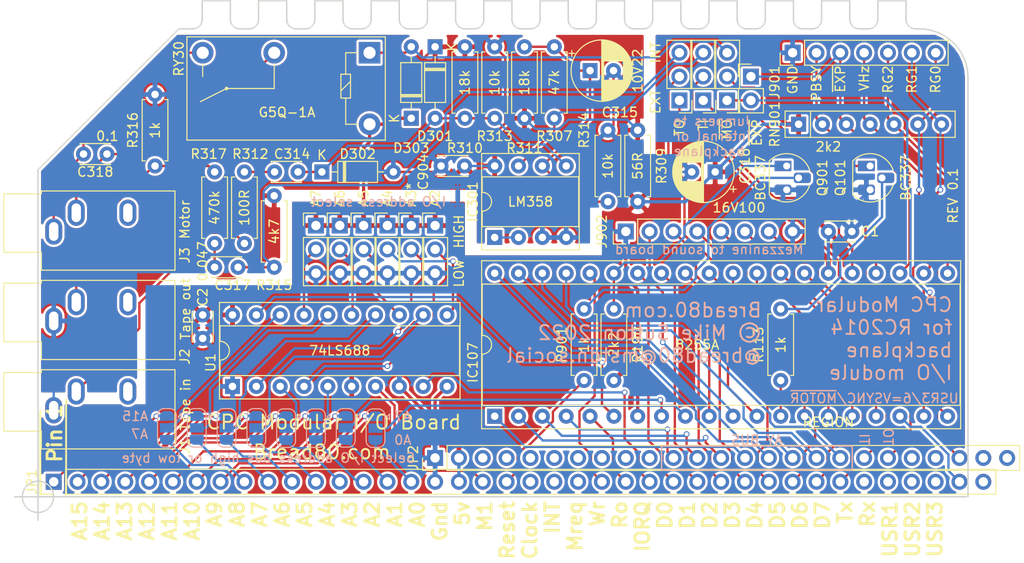
<source format=kicad_pcb>
(kicad_pcb (version 20171130) (host pcbnew "(5.1.12)-1")
  (layers (0 F.Cu signal) (31 B.Cu signal) (34 B.Paste user) (35 F.Paste user) (36 B.SilkS user) (37 F.SilkS user) (38 B.Mask user) (39 F.Mask user) (44 Edge.Cuts user))
  (net 0 "")
  (net 1 GND)
  (net 2 +5V)
  (net 3 /IO_SOUND/~RESET)
  (net 4 /IO_SOUND/VSYNC)
  (net 5 "Net-(IC107-Pad35)")
  (net 6 D0)
  (net 7 D1)
  (net 8 D2)
  (net 9 D3)
  (net 10 D4)
  (net 11 D5)
  (net 12 A8)
  (net 13 D6)
  (net 14 A9)
  (net 15 D7)
  (net 16 A11)
  (net 17 /IO_SOUND/~EXP)
  (net 18 /IO_SOUND/~IORQ)
  (net 19 /IO_SOUND/~RD)
  (net 20 /IO_SOUND/~WR)
  (net 21 "Net-(JP1-Pad40)")
  (net 22 "Net-(JP1-Pad38)")
  (net 23 "Net-(JP1-Pad37)")
  (net 24 "Net-(JP1-Pad36)")
  (net 25 "Net-(JP1-Pad35)")
  (net 26 "Net-(JP1-Pad23)")
  (net 27 "Net-(JP1-Pad22)")
  (net 28 "Net-(JP1-Pad21)")
  (net 29 "Net-(JP2-Pad24)")
  (net 30 "Net-(JP2-Pad10)")
  (net 31 "Net-(JP2-Pad9)")
  (net 32 "Net-(JP2-Pad8)")
  (net 33 "Net-(JP2-Pad7)")
  (net 34 "Net-(JP2-Pad6)")
  (net 35 "Net-(JP2-Pad4)")
  (net 36 "Net-(JP2-Pad3)")
  (net 37 "Net-(Q101-Pad2)")
  (net 38 PA4)
  (net 39 /IO_SOUND/REG1)
  (net 40 PA5)
  (net 41 /IO_SOUND/REG0)
  (net 42 PA6)
  (net 43 PA7)
  (net 44 PC3)
  (net 45 PC2)
  (net 46 PC1)
  (net 47 PC0)
  (net 48 "Net-(IC107-Pad13)")
  (net 49 /IO_SOUND/BC1)
  (net 50 /IO_SOUND/BDIR)
  (net 51 /IO_SOUND/PRTBSY)
  (net 52 PA0)
  (net 53 PA1)
  (net 54 /IO_SOUND/VIDFRQ)
  (net 55 PA2)
  (net 56 /IO_SOUND/REG2)
  (net 57 PA3)
  (net 58 "Net-(JP2-Pad22)")
  (net 59 "Net-(JP2-Pad21)")
  (net 60 "Net-(JP2-Pad5)")
  (net 61 "Net-(IC107-Pad6)")
  (net 62 A4)
  (net 63 "Net-(JP3-Pad2)")
  (net 64 A12)
  (net 65 A5)
  (net 66 "Net-(JP4-Pad2)")
  (net 67 A13)
  (net 68 "Net-(JP5-Pad2)")
  (net 69 "Net-(JP6-Pad2)")
  (net 70 A3)
  (net 71 "Net-(JP7-Pad2)")
  (net 72 A6)
  (net 73 "Net-(JP8-Pad2)")
  (net 74 A14)
  (net 75 "Net-(JP9-Pad2)")
  (net 76 "Net-(JP10-Pad2)")
  (net 77 "Net-(JP11-Pad2)")
  (net 78 "Net-(JP12-Pad2)")
  (net 79 A2)
  (net 80 "Net-(JP13-Pad2)")
  (net 81 A10)
  (net 82 A7)
  (net 83 "Net-(JP14-Pad2)")
  (net 84 A15)
  (net 85 A0)
  (net 86 A1)
  (net 87 /IO_SOUND/~M1)
  (net 88 "Net-(C314-Pad2)")
  (net 89 "Net-(C314-Pad1)")
  (net 90 "Net-(C315-Pad1)")
  (net 91 "Net-(C317-Pad1)")
  (net 92 "Net-(C318-Pad2)")
  (net 93 "Net-(C318-Pad1)")
  (net 94 "Net-(J1-PadT)")
  (net 95 "Net-(J2-PadT)")
  (net 96 /IO_SOUND/Tape/CASWRINT)
  (net 97 /IO_SOUND/Tape/~MOTORINT)
  (net 98 /IO_SOUND/WR_DATA)
  (net 99 /IO_SOUND/RD_DATA)
  (net 100 /IO_SOUND/Tape/CASRDINT)
  (net 101 /IO_SOUND/~MOTOREXT)
  (net 102 /IO_SOUND/CASRDEXT)
  (net 103 /IO_SOUND/CASWREXT)
  (net 104 "Net-(JP17-Pad2)")
  (net 105 "Net-(Q901-Pad2)")
  (net 106 "Net-(IC301-Pad1)")
  (net 107 /IO_SOUND/A8A0)
  (net 108 /IO_SOUND/A9A1)
  (net 109 GNDA)
  (net 110 +5VA)
  (module NetTie:NetTie-2_SMD_Pad0.5mm (layer B.Cu) (at 198.628 121.285 90)
    (fp_text reference JP20 hide)
    (fp_text value Jumper_2_Bridged)
    (fp_poly (pts (xy -0.5 0.25) (xy 0.5 0.25) (xy 0.5 -0.25) (xy -0.5 -0.25)) (layer B.Cu) (width 0))
    (pad 2 smd circle (at 0.5 0 90) (size 0.5 0.5) (layers B.Cu) (net 109 GNDA))
    (pad 1 smd circle (at -0.5 0 90) (size 0.5 0.5) (layers B.Cu) (net 1 GND))
  )
  (module Capacitor_THT:C_Disc_D3.0mm_W2.0mm_P2.50mm (layer F.Cu) (at 199.35 118.11 180)
    (fp_text reference C904 (at 4.405 -0.635 90) (layer F.SilkS))
    (fp_text value 0.1)
    (pad 2 thru_hole circle (at 2.5 0 180) (size 1.6 1.6) (drill 0.8) (layers *.Cu *.Mask) (net 109 GNDA))
    (pad 1 thru_hole circle (at 0 0 180) (size 1.6 1.6) (drill 0.8) (layers *.Cu *.Mask) (net 110 +5VA))
  )
  (module Capacitor_THT:C_Disc_D3.0mm_W2.0mm_P2.50mm (layer F.Cu) (at 158.75 116.84)
    (fp_text reference C318 (at 1.25 1.905) (layer F.SilkS))
    (fp_text value 0.1 (at 2.54 -1.905) (layer F.SilkS))
    (pad 2 thru_hole circle (at 2.5 0) (size 1.6 1.6) (drill 0.8) (layers *.Cu *.Mask) (net 92 "Net-(C318-Pad2)"))
    (pad 1 thru_hole circle (at 0 0) (size 1.6 1.6) (drill 0.8) (layers *.Cu *.Mask) (net 93 "Net-(C318-Pad1)"))
  )
  (module Capacitor_THT:C_Disc_D3.0mm_W2.0mm_P2.50mm (layer F.Cu) (at 172.72 128.905)
    (fp_text reference C317 (at 1.905 1.905) (layer F.SilkS))
    (fp_text value 0.047 (at -1.27 -0.635 90) (layer F.SilkS))
    (pad 2 thru_hole circle (at 2.5 0) (size 1.6 1.6) (drill 0.8) (layers *.Cu *.Mask) (net 96 /IO_SOUND/Tape/CASWRINT))
    (pad 1 thru_hole circle (at 0 0) (size 1.6 1.6) (drill 0.8) (layers *.Cu *.Mask) (net 91 "Net-(C317-Pad1)"))
  )
  (module Capacitor_THT:C_Disc_D3.0mm_W2.0mm_P2.50mm (layer F.Cu) (at 181.61 118.745 180)
    (fp_text reference C314 (at 0.635 1.905) (layer F.SilkS))
    (fp_text value 0.1)
    (pad 2 thru_hole circle (at 2.5 0 180) (size 1.6 1.6) (drill 0.8) (layers *.Cu *.Mask) (net 88 "Net-(C314-Pad2)"))
    (pad 1 thru_hole circle (at 0 0 180) (size 1.6 1.6) (drill 0.8) (layers *.Cu *.Mask) (net 89 "Net-(C314-Pad1)"))
  )
  (module Connector_PinHeader_2.54mm:PinHeader_1x07_P2.54mm_Vertical (layer F.Cu) (at 234.315 106.045 90)
    (fp_text reference J901 (at -3.175 -1.905 90) (layer F.SilkS))
    (fp_text value Conn_01x07_Male)
    (pad 7 thru_hole oval (at 0 15.24 90) (size 1.7 1.7) (drill 1) (layers *.Cu *.Mask) (net 41 /IO_SOUND/REG0))
    (pad 6 thru_hole oval (at 0 12.7 90) (size 1.7 1.7) (drill 1) (layers *.Cu *.Mask) (net 39 /IO_SOUND/REG1))
    (pad 5 thru_hole oval (at 0 10.16 90) (size 1.7 1.7) (drill 1) (layers *.Cu *.Mask) (net 56 /IO_SOUND/REG2))
    (pad 4 thru_hole oval (at 0 7.62 90) (size 1.7 1.7) (drill 1) (layers *.Cu *.Mask) (net 54 /IO_SOUND/VIDFRQ))
    (pad 3 thru_hole oval (at 0 5.08 90) (size 1.7 1.7) (drill 1) (layers *.Cu *.Mask) (net 17 /IO_SOUND/~EXP))
    (pad 2 thru_hole oval (at 0 2.54 90) (size 1.7 1.7) (drill 1) (layers *.Cu *.Mask) (net 51 /IO_SOUND/PRTBSY))
    (pad 1 thru_hole rect (at 0 0 90) (size 1.7 1.7) (drill 1) (layers *.Cu *.Mask) (net 1 GND))
  )
  (module Jumper:SolderJumper-3_P1.3mm_Open_RoundedPad1.0x1.5mm (layer B.Cu) (at 186.69 146.02 270)
    (fp_text reference JP16 hide)
    (fp_text value Jumper_3_Bridged12)
    (pad 2 smd rect (at 0 0 270) (size 1 1.5) (layers B.Cu B.Mask) (net 108 /IO_SOUND/A9A1))
    (pad 3 smd custom (at 1.3 0 270) (size 1 0.5) (layers B.Cu B.Mask) (net 86 A1) (options (clearance outline) (anchor rect)) (primitives (gr_circle (center 0 -0.25) (end 0.5 -0.25) (width 0)) (gr_circle (center 0 0.25) (end 0.5 0.25) (width 0)) (gr_poly (pts (xy -0.55 0.75) (xy 0 0.75) (xy 0 -0.75) (xy -0.55 -0.75)) (width 0))))
    (pad 1 smd custom (at -1.3 0 270) (size 1 0.5) (layers B.Cu B.Mask) (net 14 A9) (options (clearance outline) (anchor rect)) (primitives (gr_circle (center 0 -0.25) (end 0.5 -0.25) (width 0)) (gr_circle (center 0 0.25) (end 0.5 0.25) (width 0)) (gr_poly (pts (xy 0.55 0.75) (xy 0 0.75) (xy 0 -0.75) (xy 0.55 -0.75)) (width 0))))
  )
  (module Jumper:SolderJumper-3_P1.3mm_Open_RoundedPad1.0x1.5mm (layer B.Cu) (at 189.865 146.05 270)
    (fp_text reference JP15 hide)
    (fp_text value Jumper_3_Bridged12)
    (pad 2 smd rect (at 0 0 270) (size 1 1.5) (layers B.Cu B.Mask) (net 107 /IO_SOUND/A8A0))
    (pad 3 smd custom (at 1.3 0 270) (size 1 0.5) (layers B.Cu B.Mask) (net 85 A0) (options (clearance outline) (anchor rect)) (primitives (gr_circle (center 0 -0.25) (end 0.5 -0.25) (width 0)) (gr_circle (center 0 0.25) (end 0.5 0.25) (width 0)) (gr_poly (pts (xy -0.55 0.75) (xy 0 0.75) (xy 0 -0.75) (xy -0.55 -0.75)) (width 0))))
    (pad 1 smd custom (at -1.3 0 270) (size 1 0.5) (layers B.Cu B.Mask) (net 12 A8) (options (clearance outline) (anchor rect)) (primitives (gr_circle (center 0 -0.25) (end 0.5 -0.25) (width 0)) (gr_circle (center 0 0.25) (end 0.5 0.25) (width 0)) (gr_poly (pts (xy 0.55 0.75) (xy 0 0.75) (xy 0 -0.75) (xy 0.55 -0.75)) (width 0))))
  )
  (module Jumper:SolderJumper-3_P1.3mm_Open_RoundedPad1.0x1.5mm (layer B.Cu) (at 167.64 146.02 270)
    (fp_text reference JP14 hide)
    (fp_text value Jumper_3_Bridged12)
    (pad 2 smd rect (at 0 0 270) (size 1 1.5) (layers B.Cu B.Mask) (net 83 "Net-(JP14-Pad2)"))
    (pad 3 smd custom (at 1.3 0 270) (size 1 0.5) (layers B.Cu B.Mask) (net 82 A7) (options (clearance outline) (anchor rect)) (primitives (gr_circle (center 0 -0.25) (end 0.5 -0.25) (width 0)) (gr_circle (center 0 0.25) (end 0.5 0.25) (width 0)) (gr_poly (pts (xy -0.55 0.75) (xy 0 0.75) (xy 0 -0.75) (xy -0.55 -0.75)) (width 0))))
    (pad 1 smd custom (at -1.3 0 270) (size 1 0.5) (layers B.Cu B.Mask) (net 84 A15) (options (clearance outline) (anchor rect)) (primitives (gr_circle (center 0 -0.25) (end 0.5 -0.25) (width 0)) (gr_circle (center 0 0.25) (end 0.5 0.25) (width 0)) (gr_poly (pts (xy 0.55 0.75) (xy 0 0.75) (xy 0 -0.75) (xy 0.55 -0.75)) (width 0))))
  )
  (module Jumper:SolderJumper-3_P1.3mm_Open_RoundedPad1.0x1.5mm (layer B.Cu) (at 183.515 146.05 270)
    (fp_text reference JP13 hide)
    (fp_text value Jumper_3_Bridged12)
    (pad 2 smd rect (at 0 0 270) (size 1 1.5) (layers B.Cu B.Mask) (net 80 "Net-(JP13-Pad2)"))
    (pad 3 smd custom (at 1.3 0 270) (size 1 0.5) (layers B.Cu B.Mask) (net 79 A2) (options (clearance outline) (anchor rect)) (primitives (gr_circle (center 0 -0.25) (end 0.5 -0.25) (width 0)) (gr_circle (center 0 0.25) (end 0.5 0.25) (width 0)) (gr_poly (pts (xy -0.55 0.75) (xy 0 0.75) (xy 0 -0.75) (xy -0.55 -0.75)) (width 0))))
    (pad 1 smd custom (at -1.3 0 270) (size 1 0.5) (layers B.Cu B.Mask) (net 81 A10) (options (clearance outline) (anchor rect)) (primitives (gr_circle (center 0 -0.25) (end 0.5 -0.25) (width 0)) (gr_circle (center 0 0.25) (end 0.5 0.25) (width 0)) (gr_poly (pts (xy 0.55 0.75) (xy 0 0.75) (xy 0 -0.75) (xy 0.55 -0.75)) (width 0))))
  )
  (module Jumper:SolderJumper-3_P1.3mm_Open_RoundedPad1.0x1.5mm (layer B.Cu) (at 170.815 146.02 270)
    (fp_text reference JP8 hide)
    (fp_text value Jumper_3_Bridged12)
    (pad 2 smd rect (at 0 0 270) (size 1 1.5) (layers B.Cu B.Mask) (net 73 "Net-(JP8-Pad2)"))
    (pad 3 smd custom (at 1.3 0 270) (size 1 0.5) (layers B.Cu B.Mask) (net 72 A6) (options (clearance outline) (anchor rect)) (primitives (gr_circle (center 0 -0.25) (end 0.5 -0.25) (width 0)) (gr_circle (center 0 0.25) (end 0.5 0.25) (width 0)) (gr_poly (pts (xy -0.55 0.75) (xy 0 0.75) (xy 0 -0.75) (xy -0.55 -0.75)) (width 0))))
    (pad 1 smd custom (at -1.3 0 270) (size 1 0.5) (layers B.Cu B.Mask) (net 74 A14) (options (clearance outline) (anchor rect)) (primitives (gr_circle (center 0 -0.25) (end 0.5 -0.25) (width 0)) (gr_circle (center 0 0.25) (end 0.5 0.25) (width 0)) (gr_poly (pts (xy 0.55 0.75) (xy 0 0.75) (xy 0 -0.75) (xy 0.55 -0.75)) (width 0))))
  )
  (module Jumper:SolderJumper-3_P1.3mm_Open_RoundedPad1.0x1.5mm (layer B.Cu) (at 180.34 146.05 270)
    (fp_text reference JP7 hide)
    (fp_text value Jumper_3_Bridged12)
    (pad 2 smd rect (at 0 0 270) (size 1 1.5) (layers B.Cu B.Mask) (net 71 "Net-(JP7-Pad2)"))
    (pad 3 smd custom (at 1.3 0 270) (size 1 0.5) (layers B.Cu B.Mask) (net 70 A3) (options (clearance outline) (anchor rect)) (primitives (gr_circle (center 0 -0.25) (end 0.5 -0.25) (width 0)) (gr_circle (center 0 0.25) (end 0.5 0.25) (width 0)) (gr_poly (pts (xy -0.55 0.75) (xy 0 0.75) (xy 0 -0.75) (xy -0.55 -0.75)) (width 0))))
    (pad 1 smd custom (at -1.3 0 270) (size 1 0.5) (layers B.Cu B.Mask) (net 16 A11) (options (clearance outline) (anchor rect)) (primitives (gr_circle (center 0 -0.25) (end 0.5 -0.25) (width 0)) (gr_circle (center 0 0.25) (end 0.5 0.25) (width 0)) (gr_poly (pts (xy 0.55 0.75) (xy 0 0.75) (xy 0 -0.75) (xy 0.55 -0.75)) (width 0))))
  )
  (module Jumper:SolderJumper-3_P1.3mm_Open_RoundedPad1.0x1.5mm (layer B.Cu) (at 173.99 146.02 270)
    (fp_text reference JP4 hide)
    (fp_text value Jumper_3_Bridged12)
    (pad 2 smd rect (at 0 0 270) (size 1 1.5) (layers B.Cu B.Mask) (net 66 "Net-(JP4-Pad2)"))
    (pad 3 smd custom (at 1.3 0 270) (size 1 0.5) (layers B.Cu B.Mask) (net 65 A5) (options (clearance outline) (anchor rect)) (primitives (gr_circle (center 0 -0.25) (end 0.5 -0.25) (width 0)) (gr_circle (center 0 0.25) (end 0.5 0.25) (width 0)) (gr_poly (pts (xy -0.55 0.75) (xy 0 0.75) (xy 0 -0.75) (xy -0.55 -0.75)) (width 0))))
    (pad 1 smd custom (at -1.3 0 270) (size 1 0.5) (layers B.Cu B.Mask) (net 67 A13) (options (clearance outline) (anchor rect)) (primitives (gr_circle (center 0 -0.25) (end 0.5 -0.25) (width 0)) (gr_circle (center 0 0.25) (end 0.5 0.25) (width 0)) (gr_poly (pts (xy 0.55 0.75) (xy 0 0.75) (xy 0 -0.75) (xy 0.55 -0.75)) (width 0))))
  )
  (module Jumper:SolderJumper-3_P1.3mm_Open_RoundedPad1.0x1.5mm (layer B.Cu) (at 177.165 146.02 270)
    (fp_text reference JP3 hide)
    (fp_text value Jumper_3_Bridged12)
    (pad 2 smd rect (at 0 0 270) (size 1 1.5) (layers B.Cu B.Mask) (net 63 "Net-(JP3-Pad2)"))
    (pad 3 smd custom (at 1.3 0 270) (size 1 0.5) (layers B.Cu B.Mask) (net 62 A4) (options (clearance outline) (anchor rect)) (primitives (gr_circle (center 0 -0.25) (end 0.5 -0.25) (width 0)) (gr_circle (center 0 0.25) (end 0.5 0.25) (width 0)) (gr_poly (pts (xy -0.55 0.75) (xy 0 0.75) (xy 0 -0.75) (xy -0.55 -0.75)) (width 0))))
    (pad 1 smd custom (at -1.3 0 270) (size 1 0.5) (layers B.Cu B.Mask) (net 64 A12) (options (clearance outline) (anchor rect)) (primitives (gr_circle (center 0 -0.25) (end 0.5 -0.25) (width 0)) (gr_circle (center 0 0.25) (end 0.5 0.25) (width 0)) (gr_poly (pts (xy 0.55 0.75) (xy 0 0.75) (xy 0 -0.75) (xy 0.55 -0.75)) (width 0))))
  )
  (module Package_TO_SOT_THT:TO-92_HandSolder (layer F.Cu) (at 233.68 118.11 270)
    (fp_text reference Q901 (at 1.27 -3.81 270) (layer F.SilkS))
    (fp_text value BC337 (at 1.27 2.79 90) (layer F.SilkS))
    (pad 1 thru_hole rect (at 0 0 270) (size 1.1 1.8) (drill 0.75 (offset 0 0.4)) (layers *.Cu *.Mask) (net 5 "Net-(IC107-Pad35)"))
    (pad 3 thru_hole roundrect (at 2.54 0 270) (size 1.1 1.8) (drill 0.75 (offset 0 0.4)) (layers *.Cu *.Mask) (net 1 GND))
    (pad 2 thru_hole roundrect (at 1.27 -1.27 270) (size 1.1 1.8) (drill 0.75 (offset 0 -0.4)) (layers *.Cu *.Mask) (net 105 "Net-(Q901-Pad2)"))
  )
  (module Package_TO_SOT_THT:TO-92_HandSolder (layer F.Cu) (at 242.57 118.11 270)
    (fp_text reference Q101 (at 1.27 3.175 270) (layer F.SilkS))
    (fp_text value BC337 (at 1.27 -3.81 90) (layer F.SilkS))
    (pad 1 thru_hole rect (at 0 0 270) (size 1.1 1.8) (drill 0.75 (offset 0 0.4)) (layers *.Cu *.Mask) (net 104 "Net-(JP17-Pad2)"))
    (pad 3 thru_hole roundrect (at 2.54 0 270) (size 1.1 1.8) (drill 0.75 (offset 0 0.4)) (layers *.Cu *.Mask) (net 1 GND))
    (pad 2 thru_hole roundrect (at 1.27 -1.27 270) (size 1.1 1.8) (drill 0.75 (offset 0 -0.4)) (layers *.Cu *.Mask) (net 37 "Net-(Q101-Pad2)"))
  )
  (module Resistor_THT:R_Axial_DIN0207_L6.3mm_D2.5mm_P7.62mm_Horizontal (layer F.Cu) (at 212.09 140.97 90)
    (fp_text reference R901 (at 3.81 -2.37 90) (layer F.SilkS))
    (fp_text value 1k (at 3.81 0 90) (layer F.SilkS))
    (pad 2 thru_hole oval (at 7.62 0 90) (size 1.6 1.6) (drill 0.8) (layers *.Cu *.Mask) (net 105 "Net-(Q901-Pad2)"))
    (pad 1 thru_hole circle (at 0 0 90) (size 1.6 1.6) (drill 0.8) (layers *.Cu *.Mask) (net 3 /IO_SOUND/~RESET))
  )
  (module Connector_PinHeader_2.54mm:PinHeader_1x03_P2.54mm_Vertical (layer F.Cu) (at 222.25 111.125 180)
    (fp_text reference JP19 hide)
    (fp_text value A10A2)
    (pad 3 thru_hole oval (at 0 5.08 180) (size 1.7 1.7) (drill 1) (layers *.Cu *.Mask) (net 96 /IO_SOUND/Tape/CASWRINT))
    (pad 2 thru_hole oval (at 0 2.54 180) (size 1.7 1.7) (drill 1) (layers *.Cu *.Mask) (net 98 /IO_SOUND/WR_DATA))
    (pad 1 thru_hole rect (at 0 0 180) (size 1.7 1.7) (drill 1) (layers *.Cu *.Mask) (net 103 /IO_SOUND/CASWREXT))
  )
  (module Connector_PinHeader_2.54mm:PinHeader_1x03_P2.54mm_Vertical (layer F.Cu) (at 224.79 111.125 180)
    (fp_text reference JP18 hide)
    (fp_text value A10A2)
    (pad 3 thru_hole oval (at 0 5.08 180) (size 1.7 1.7) (drill 1) (layers *.Cu *.Mask) (net 100 /IO_SOUND/Tape/CASRDINT))
    (pad 2 thru_hole oval (at 0 2.54 180) (size 1.7 1.7) (drill 1) (layers *.Cu *.Mask) (net 99 /IO_SOUND/RD_DATA))
    (pad 1 thru_hole rect (at 0 0 180) (size 1.7 1.7) (drill 1) (layers *.Cu *.Mask) (net 102 /IO_SOUND/CASRDEXT))
  )
  (module Connector_PinHeader_2.54mm:PinHeader_1x03_P2.54mm_Vertical (layer F.Cu) (at 227.33 111.125 180)
    (fp_text reference JP17 hide)
    (fp_text value A10A2)
    (pad 3 thru_hole oval (at 0 5.08 180) (size 1.7 1.7) (drill 1) (layers *.Cu *.Mask) (net 97 /IO_SOUND/Tape/~MOTORINT))
    (pad 2 thru_hole oval (at 0 2.54 180) (size 1.7 1.7) (drill 1) (layers *.Cu *.Mask) (net 104 "Net-(JP17-Pad2)"))
    (pad 1 thru_hole rect (at 0 0 180) (size 1.7 1.7) (drill 1) (layers *.Cu *.Mask) (net 101 /IO_SOUND/~MOTOREXT))
  )
  (module Resistor_THT:R_Array_SIP7 (layer F.Cu) (at 234.95 113.665)
    (fp_text reference RN901 (at -2.54 0 90) (layer F.SilkS))
    (fp_text value 2k2 (at 3.175 2.4 180) (layer F.SilkS))
    (pad 7 thru_hole oval (at 15.24 0) (size 1.6 1.6) (drill 0.8) (layers *.Cu *.Mask) (net 39 /IO_SOUND/REG1))
    (pad 6 thru_hole oval (at 12.7 0) (size 1.6 1.6) (drill 0.8) (layers *.Cu *.Mask) (net 41 /IO_SOUND/REG0))
    (pad 5 thru_hole oval (at 10.16 0) (size 1.6 1.6) (drill 0.8) (layers *.Cu *.Mask) (net 56 /IO_SOUND/REG2))
    (pad 4 thru_hole oval (at 7.62 0) (size 1.6 1.6) (drill 0.8) (layers *.Cu *.Mask) (net 54 /IO_SOUND/VIDFRQ))
    (pad 3 thru_hole oval (at 5.08 0) (size 1.6 1.6) (drill 0.8) (layers *.Cu *.Mask) (net 17 /IO_SOUND/~EXP))
    (pad 2 thru_hole oval (at 2.54 0) (size 1.6 1.6) (drill 0.8) (layers *.Cu *.Mask) (net 51 /IO_SOUND/PRTBSY))
    (pad 1 thru_hole rect (at 0 0) (size 1.6 1.6) (drill 0.8) (layers *.Cu *.Mask) (net 2 +5V))
  )
  (module Relay_THT:Relay_SPST_Omron-G5Q-1A (layer F.Cu) (at 189.23 106.045 180)
    (fp_text reference RY30 (at 20.32 -0.635 270) (layer F.SilkS))
    (fp_text value G5Q-1A (at 8.8 -6.35 180) (layer F.SilkS))
    (pad 5 thru_hole circle (at 0 -7.62) (size 2.3 2.3) (drill 1.3) (layers *.Cu *.Mask) (net 2 +5V))
    (pad 3 thru_hole circle (at 17.78 0) (size 2.3 2.3) (drill 1.3) (layers *.Cu *.Mask) (net 93 "Net-(C318-Pad1)"))
    (pad 2 thru_hole circle (at 10.16 0) (size 2.3 2.3) (drill 1.3) (layers *.Cu *.Mask) (net 92 "Net-(C318-Pad2)"))
    (pad 1 thru_hole rect (at 0 0) (size 2.3 2.3) (drill 1.3) (layers *.Cu *.Mask) (net 97 /IO_SOUND/Tape/~MOTORINT))
  )
  (module Resistor_THT:R_Axial_DIN0207_L6.3mm_D2.5mm_P7.62mm_Horizontal (layer F.Cu) (at 172.72 118.745 270)
    (fp_text reference R317 (at -1.905 0.635 180) (layer F.SilkS))
    (fp_text value 470k (at 3.81 0 90) (layer F.SilkS))
    (pad 2 thru_hole oval (at 7.62 0 270) (size 1.6 1.6) (drill 0.8) (layers *.Cu *.Mask) (net 91 "Net-(C317-Pad1)"))
    (pad 1 thru_hole circle (at 0 0 270) (size 1.6 1.6) (drill 0.8) (layers *.Cu *.Mask) (net 95 "Net-(J2-PadT)"))
  )
  (module Resistor_THT:R_Axial_DIN0207_L6.3mm_D2.5mm_P7.62mm_Horizontal (layer F.Cu) (at 166.37 118.11 90)
    (fp_text reference R316 (at 3.81 -2.37 90) (layer F.SilkS))
    (fp_text value 1k (at 3.81 0 90) (layer F.SilkS))
    (pad 2 thru_hole oval (at 7.62 0 90) (size 1.6 1.6) (drill 0.8) (layers *.Cu *.Mask) (net 109 GNDA))
    (pad 1 thru_hole circle (at 0 0 90) (size 1.6 1.6) (drill 0.8) (layers *.Cu *.Mask) (net 95 "Net-(J2-PadT)"))
  )
  (module Resistor_THT:R_Axial_DIN0207_L6.3mm_D2.5mm_P7.62mm_Horizontal (layer F.Cu) (at 179.07 128.905 90)
    (fp_text reference R315 (at -1.905 0 180) (layer F.SilkS))
    (fp_text value 4k7 (at 3.81 0 90) (layer F.SilkS))
    (pad 2 thru_hole oval (at 7.62 0 90) (size 1.6 1.6) (drill 0.8) (layers *.Cu *.Mask) (net 110 +5VA))
    (pad 1 thru_hole circle (at 0 0 90) (size 1.6 1.6) (drill 0.8) (layers *.Cu *.Mask) (net 96 /IO_SOUND/Tape/CASWRINT))
  )
  (module Resistor_THT:R_Axial_DIN0207_L6.3mm_D2.5mm_P7.62mm_Horizontal (layer F.Cu) (at 214.63 114.3 270)
    (fp_text reference R314 (at 0 2.54 90) (layer F.SilkS))
    (fp_text value 10k (at 3.81 0 90) (layer F.SilkS))
    (pad 2 thru_hole oval (at 7.62 0 270) (size 1.6 1.6) (drill 0.8) (layers *.Cu *.Mask) (net 90 "Net-(C315-Pad1)"))
    (pad 1 thru_hole circle (at 0 0 270) (size 1.6 1.6) (drill 0.8) (layers *.Cu *.Mask) (net 109 GNDA))
  )
  (module Resistor_THT:R_Axial_DIN0207_L6.3mm_D2.5mm_P7.62mm_Horizontal (layer F.Cu) (at 202.565 105.41 270)
    (fp_text reference R313 (at 9.525 0 180) (layer F.SilkS))
    (fp_text value 10k (at 3.81 0 90) (layer F.SilkS))
    (pad 2 thru_hole oval (at 7.62 0 270) (size 1.6 1.6) (drill 0.8) (layers *.Cu *.Mask) (net 89 "Net-(C314-Pad1)"))
    (pad 1 thru_hole circle (at 0 0 270) (size 1.6 1.6) (drill 0.8) (layers *.Cu *.Mask) (net 109 GNDA))
  )
  (module Resistor_THT:R_Axial_DIN0207_L6.3mm_D2.5mm_P7.62mm_Horizontal (layer F.Cu) (at 175.895 118.745 270)
    (fp_text reference R312 (at -1.905 -0.635 180) (layer F.SilkS))
    (fp_text value 100R (at 3.81 0 90) (layer F.SilkS))
    (pad 2 thru_hole oval (at 7.62 0 270) (size 1.6 1.6) (drill 0.8) (layers *.Cu *.Mask) (net 94 "Net-(J1-PadT)"))
    (pad 1 thru_hole circle (at 0 0 270) (size 1.6 1.6) (drill 0.8) (layers *.Cu *.Mask) (net 88 "Net-(C314-Pad2)"))
  )
  (module Resistor_THT:R_Axial_DIN0207_L6.3mm_D2.5mm_P7.62mm_Horizontal (layer F.Cu) (at 205.74 105.41 270)
    (fp_text reference R311 (at 10.795 0) (layer F.SilkS))
    (fp_text value 18k (at 3.81 0 90) (layer F.SilkS))
    (pad 2 thru_hole oval (at 7.62 0 270) (size 1.6 1.6) (drill 0.8) (layers *.Cu *.Mask) (net 110 +5VA))
    (pad 1 thru_hole circle (at 0 0 270) (size 1.6 1.6) (drill 0.8) (layers *.Cu *.Mask) (net 90 "Net-(C315-Pad1)"))
  )
  (module Resistor_THT:R_Axial_DIN0207_L6.3mm_D2.5mm_P7.62mm_Horizontal (layer F.Cu) (at 199.39 113.03 90)
    (fp_text reference R310 (at -3.175 0) (layer F.SilkS))
    (fp_text value 18k (at 3.81 0 90) (layer F.SilkS))
    (pad 2 thru_hole oval (at 7.62 0 90) (size 1.6 1.6) (drill 0.8) (layers *.Cu *.Mask) (net 110 +5VA))
    (pad 1 thru_hole circle (at 0 0 90) (size 1.6 1.6) (drill 0.8) (layers *.Cu *.Mask) (net 89 "Net-(C314-Pad1)"))
  )
  (module Resistor_THT:R_Axial_DIN0207_L6.3mm_D2.5mm_P7.62mm_Horizontal (layer F.Cu) (at 217.805 121.92 90)
    (fp_text reference R309 (at 3.81 2.54 90) (layer F.SilkS))
    (fp_text value 56R (at 3.81 0 90) (layer F.SilkS))
    (pad 2 thru_hole oval (at 7.62 0 90) (size 1.6 1.6) (drill 0.8) (layers *.Cu *.Mask) (net 110 +5VA))
    (pad 1 thru_hole circle (at 0 0 90) (size 1.6 1.6) (drill 0.8) (layers *.Cu *.Mask) (net 2 +5V))
  )
  (module Resistor_THT:R_Axial_DIN0207_L6.3mm_D2.5mm_P7.62mm_Horizontal (layer F.Cu) (at 208.915 105.41 270)
    (fp_text reference R307 (at 9.525 0 180) (layer F.SilkS))
    (fp_text value 47k (at 3.81 0 90) (layer F.SilkS))
    (pad 2 thru_hole oval (at 7.62 0 270) (size 1.6 1.6) (drill 0.8) (layers *.Cu *.Mask) (net 100 /IO_SOUND/Tape/CASRDINT))
    (pad 1 thru_hole circle (at 0 0 270) (size 1.6 1.6) (drill 0.8) (layers *.Cu *.Mask) (net 90 "Net-(C315-Pad1)"))
  )
  (module Connector_Audio:Jack_3.5mm_CUI_SJ1-3533NG_Horizontal (layer F.Cu) (at 155.575 125.095 90)
    (fp_text reference J3 (at -2.54 13.97 90) (layer F.SilkS))
    (fp_text value Motor (at 1.27 13.97 90) (layer F.SilkS))
    (pad R thru_hole oval (at 2 7.9 90) (size 2.8 1.8) (drill oval 2 1) (layers *.Cu *.Mask))
    (pad T thru_hole oval (at 2 2.4 90) (size 2.8 1.8) (drill oval 2 1) (layers *.Cu *.Mask) (net 92 "Net-(C318-Pad2)"))
    (pad S thru_hole oval (at 0 0 90) (size 2.8 1.8) (drill oval 2 1) (layers *.Cu *.Mask) (net 93 "Net-(C318-Pad1)"))
  )
  (module Connector_Audio:Jack_3.5mm_CUI_SJ1-3533NG_Horizontal (layer F.Cu) (at 155.575 134.62 90)
    (fp_text reference J2 (at -3.81 13.97 90) (layer F.SilkS))
    (fp_text value "Tape out" (at 1.27 14.05 90) (layer F.SilkS))
    (pad R thru_hole oval (at 2 7.9 90) (size 2.8 1.8) (drill oval 2 1) (layers *.Cu *.Mask))
    (pad T thru_hole oval (at 2 2.4 90) (size 2.8 1.8) (drill oval 2 1) (layers *.Cu *.Mask) (net 95 "Net-(J2-PadT)"))
    (pad S thru_hole oval (at 0 0 90) (size 2.8 1.8) (drill oval 2 1) (layers *.Cu *.Mask) (net 109 GNDA))
  )
  (module Connector_Audio:Jack_3.5mm_CUI_SJ1-3533NG_Horizontal (layer F.Cu) (at 155.575 144.145 90)
    (fp_text reference J1 (at -3.81 13.97 90) (layer F.SilkS))
    (fp_text value "Tape in" (at 0.635 14.05 90) (layer F.SilkS))
    (pad R thru_hole oval (at 2 7.9 90) (size 2.8 1.8) (drill oval 2 1) (layers *.Cu *.Mask))
    (pad T thru_hole oval (at 2 2.4 90) (size 2.8 1.8) (drill oval 2 1) (layers *.Cu *.Mask) (net 94 "Net-(J1-PadT)"))
    (pad S thru_hole oval (at 0 0 90) (size 2.8 1.8) (drill oval 2 1) (layers *.Cu *.Mask) (net 109 GNDA))
  )
  (module Package_DIP:DIP-8_W7.62mm_Socket (layer F.Cu) (at 202.565 125.73 90)
    (fp_text reference IC301 (at 3.81 -2.33 90) (layer F.SilkS))
    (fp_text value LM358 (at 3.81 3.81 180) (layer F.SilkS))
    (pad 8 thru_hole oval (at 7.62 0 90) (size 1.6 1.6) (drill 0.8) (layers *.Cu *.Mask) (net 110 +5VA))
    (pad 4 thru_hole oval (at 0 7.62 90) (size 1.6 1.6) (drill 0.8) (layers *.Cu *.Mask) (net 109 GNDA))
    (pad 7 thru_hole oval (at 7.62 2.54 90) (size 1.6 1.6) (drill 0.8) (layers *.Cu *.Mask) (net 100 /IO_SOUND/Tape/CASRDINT))
    (pad 3 thru_hole oval (at 0 5.08 90) (size 1.6 1.6) (drill 0.8) (layers *.Cu *.Mask) (net 109 GNDA))
    (pad 6 thru_hole oval (at 7.62 5.08 90) (size 1.6 1.6) (drill 0.8) (layers *.Cu *.Mask) (net 90 "Net-(C315-Pad1)"))
    (pad 2 thru_hole oval (at 0 2.54 90) (size 1.6 1.6) (drill 0.8) (layers *.Cu *.Mask) (net 106 "Net-(IC301-Pad1)"))
    (pad 5 thru_hole oval (at 7.62 7.62 90) (size 1.6 1.6) (drill 0.8) (layers *.Cu *.Mask) (net 89 "Net-(C314-Pad1)"))
    (pad 1 thru_hole rect (at 0 0 90) (size 1.6 1.6) (drill 0.8) (layers *.Cu *.Mask) (net 106 "Net-(IC301-Pad1)"))
  )
  (module Diode_THT:D_DO-35_SOD27_P7.62mm_Horizontal (layer F.Cu) (at 193.675 113.03 90)
    (fp_text reference D303 (at -3.175 0 180) (layer F.SilkS))
    (fp_text value 1N4148)
    (fp_text user K (at 0 -1.8 90) (layer F.SilkS))
    (pad 2 thru_hole oval (at 7.62 0 90) (size 1.6 1.6) (drill 0.8) (layers *.Cu *.Mask) (net 97 /IO_SOUND/Tape/~MOTORINT))
    (pad 1 thru_hole rect (at 0 0 90) (size 1.6 1.6) (drill 0.8) (layers *.Cu *.Mask) (net 2 +5V))
  )
  (module Diode_THT:D_DO-35_SOD27_P7.62mm_Horizontal (layer F.Cu) (at 184.15 118.745)
    (fp_text reference D302 (at 3.81 -1.905) (layer F.SilkS))
    (fp_text value 1N4148)
    (fp_text user K (at 0 -1.8) (layer F.SilkS))
    (pad 2 thru_hole oval (at 7.62 0) (size 1.6 1.6) (drill 0.8) (layers *.Cu *.Mask) (net 109 GNDA))
    (pad 1 thru_hole rect (at 0 0) (size 1.6 1.6) (drill 0.8) (layers *.Cu *.Mask) (net 89 "Net-(C314-Pad1)"))
  )
  (module Diode_THT:D_DO-35_SOD27_P7.62mm_Horizontal (layer F.Cu) (at 196.215 105.41 270)
    (fp_text reference D301 (at 9.525 0 180) (layer F.SilkS))
    (fp_text value 1N4148)
    (fp_text user K (at 0 -1.8 90) (layer F.SilkS))
    (pad 2 thru_hole oval (at 7.62 0 270) (size 1.6 1.6) (drill 0.8) (layers *.Cu *.Mask) (net 89 "Net-(C314-Pad1)"))
    (pad 1 thru_hole rect (at 0 0 270) (size 1.6 1.6) (drill 0.8) (layers *.Cu *.Mask) (net 110 +5VA))
  )
  (module Capacitor_THT:CP_Radial_D6.3mm_P2.50mm (layer F.Cu) (at 226.06 118.745 180)
    (fp_text reference C316 (at -3.175 0.635 90) (layer F.SilkS))
    (fp_text value 16V100 (at -2.54 -3.81) (layer F.SilkS))
    (pad 2 thru_hole circle (at 2.5 0 180) (size 1.6 1.6) (drill 0.8) (layers *.Cu *.Mask) (net 109 GNDA))
    (pad 1 thru_hole rect (at 0 0 180) (size 1.6 1.6) (drill 0.8) (layers *.Cu *.Mask) (net 2 +5V))
  )
  (module Capacitor_THT:CP_Radial_D6.3mm_P2.50mm (layer F.Cu) (at 212.725 107.95)
    (fp_text reference C315 (at 3.175 4.445) (layer F.SilkS))
    (fp_text value 10V22 (at 5.08 0 90) (layer F.SilkS))
    (pad 2 thru_hole circle (at 2.5 0) (size 1.6 1.6) (drill 0.8) (layers *.Cu *.Mask) (net 109 GNDA))
    (pad 1 thru_hole rect (at 0 0) (size 1.6 1.6) (drill 0.8) (layers *.Cu *.Mask) (net 90 "Net-(C315-Pad1)"))
  )
  (module Package_DIP:DIP-20_W7.62mm_Socket (layer F.Cu) (at 174.625 141.605 90)
    (fp_text reference U1 (at 2.54 -2.33 90) (layer F.SilkS))
    (fp_text value 74LS688 (at 3.81 11.43 180) (layer F.SilkS))
    (pad 20 thru_hole oval (at 7.62 0 90) (size 1.6 1.6) (drill 0.8) (layers *.Cu *.Mask) (net 2 +5V))
    (pad 10 thru_hole oval (at 0 22.86 90) (size 1.6 1.6) (drill 0.8) (layers *.Cu *.Mask) (net 1 GND))
    (pad 19 thru_hole oval (at 7.62 2.54 90) (size 1.6 1.6) (drill 0.8) (layers *.Cu *.Mask) (net 61 "Net-(IC107-Pad6)"))
    (pad 9 thru_hole oval (at 0 20.32 90) (size 1.6 1.6) (drill 0.8) (layers *.Cu *.Mask) (net 18 /IO_SOUND/~IORQ))
    (pad 18 thru_hole oval (at 7.62 5.08 90) (size 1.6 1.6) (drill 0.8) (layers *.Cu *.Mask) (net 83 "Net-(JP14-Pad2)"))
    (pad 8 thru_hole oval (at 0 17.78 90) (size 1.6 1.6) (drill 0.8) (layers *.Cu *.Mask) (net 1 GND))
    (pad 17 thru_hole oval (at 7.62 7.62 90) (size 1.6 1.6) (drill 0.8) (layers *.Cu *.Mask) (net 78 "Net-(JP12-Pad2)"))
    (pad 7 thru_hole oval (at 0 15.24 90) (size 1.6 1.6) (drill 0.8) (layers *.Cu *.Mask) (net 87 /IO_SOUND/~M1))
    (pad 16 thru_hole oval (at 7.62 10.16 90) (size 1.6 1.6) (drill 0.8) (layers *.Cu *.Mask) (net 73 "Net-(JP8-Pad2)"))
    (pad 6 thru_hole oval (at 0 12.7 90) (size 1.6 1.6) (drill 0.8) (layers *.Cu *.Mask) (net 2 +5V))
    (pad 15 thru_hole oval (at 7.62 12.7 90) (size 1.6 1.6) (drill 0.8) (layers *.Cu *.Mask) (net 76 "Net-(JP10-Pad2)"))
    (pad 5 thru_hole oval (at 0 10.16 90) (size 1.6 1.6) (drill 0.8) (layers *.Cu *.Mask) (net 80 "Net-(JP13-Pad2)"))
    (pad 14 thru_hole oval (at 7.62 15.24 90) (size 1.6 1.6) (drill 0.8) (layers *.Cu *.Mask) (net 66 "Net-(JP4-Pad2)"))
    (pad 4 thru_hole oval (at 0 7.62 90) (size 1.6 1.6) (drill 0.8) (layers *.Cu *.Mask) (net 77 "Net-(JP11-Pad2)"))
    (pad 13 thru_hole oval (at 7.62 17.78 90) (size 1.6 1.6) (drill 0.8) (layers *.Cu *.Mask) (net 69 "Net-(JP6-Pad2)"))
    (pad 3 thru_hole oval (at 0 5.08 90) (size 1.6 1.6) (drill 0.8) (layers *.Cu *.Mask) (net 71 "Net-(JP7-Pad2)"))
    (pad 12 thru_hole oval (at 7.62 20.32 90) (size 1.6 1.6) (drill 0.8) (layers *.Cu *.Mask) (net 63 "Net-(JP3-Pad2)"))
    (pad 2 thru_hole oval (at 0 2.54 90) (size 1.6 1.6) (drill 0.8) (layers *.Cu *.Mask) (net 75 "Net-(JP9-Pad2)"))
    (pad 11 thru_hole oval (at 7.62 22.86 90) (size 1.6 1.6) (drill 0.8) (layers *.Cu *.Mask) (net 68 "Net-(JP5-Pad2)"))
    (pad 1 thru_hole rect (at 0 0 90) (size 1.6 1.6) (drill 0.8) (layers *.Cu *.Mask) (net 1 GND))
  )
  (module Connector_PinHeader_2.54mm:PinHeader_1x03_P2.54mm_Vertical (layer F.Cu) (at 183.515 124.46)
    (fp_text reference JP12 hide)
    (fp_text value A15A7)
    (pad 3 thru_hole oval (at 0 5.08) (size 1.7 1.7) (drill 1) (layers *.Cu *.Mask) (net 1 GND))
    (pad 2 thru_hole oval (at 0 2.54) (size 1.7 1.7) (drill 1) (layers *.Cu *.Mask) (net 78 "Net-(JP12-Pad2)"))
    (pad 1 thru_hole rect (at 0 0) (size 1.7 1.7) (drill 1) (layers *.Cu *.Mask) (net 2 +5V))
  )
  (module Connector_PinHeader_2.54mm:PinHeader_1x03_P2.54mm_Vertical (layer F.Cu) (at 196.215 124.46)
    (fp_text reference JP11 hide)
    (fp_text value A10A2)
    (pad 3 thru_hole oval (at 0 5.08) (size 1.7 1.7) (drill 1) (layers *.Cu *.Mask) (net 1 GND))
    (pad 2 thru_hole oval (at 0 2.54) (size 1.7 1.7) (drill 1) (layers *.Cu *.Mask) (net 77 "Net-(JP11-Pad2)"))
    (pad 1 thru_hole rect (at 0 0) (size 1.7 1.7) (drill 1) (layers *.Cu *.Mask) (net 2 +5V))
  )
  (module Connector_PinHeader_2.54mm:PinHeader_1x03_P2.54mm_Vertical (layer F.Cu) (at 186.055 124.46)
    (fp_text reference JP10 hide)
    (fp_text value A14A6)
    (pad 3 thru_hole oval (at 0 5.08) (size 1.7 1.7) (drill 1) (layers *.Cu *.Mask) (net 1 GND))
    (pad 2 thru_hole oval (at 0 2.54) (size 1.7 1.7) (drill 1) (layers *.Cu *.Mask) (net 76 "Net-(JP10-Pad2)"))
    (pad 1 thru_hole rect (at 0 0) (size 1.7 1.7) (drill 1) (layers *.Cu *.Mask) (net 2 +5V))
  )
  (module Connector_PinHeader_2.54mm:PinHeader_1x03_P2.54mm_Vertical (layer F.Cu) (at 193.675 124.46)
    (fp_text reference JP9 hide)
    (fp_text value A11A3)
    (pad 3 thru_hole oval (at 0 5.08) (size 1.7 1.7) (drill 1) (layers *.Cu *.Mask) (net 1 GND))
    (pad 2 thru_hole oval (at 0 2.54) (size 1.7 1.7) (drill 1) (layers *.Cu *.Mask) (net 75 "Net-(JP9-Pad2)"))
    (pad 1 thru_hole rect (at 0 0) (size 1.7 1.7) (drill 1) (layers *.Cu *.Mask) (net 2 +5V))
  )
  (module Connector_PinHeader_2.54mm:PinHeader_1x03_P2.54mm_Vertical (layer F.Cu) (at 188.595 124.46)
    (fp_text reference JP6 hide)
    (fp_text value A13A5)
    (pad 3 thru_hole oval (at 0 5.08) (size 1.7 1.7) (drill 1) (layers *.Cu *.Mask) (net 1 GND))
    (pad 2 thru_hole oval (at 0 2.54) (size 1.7 1.7) (drill 1) (layers *.Cu *.Mask) (net 69 "Net-(JP6-Pad2)"))
    (pad 1 thru_hole rect (at 0 0) (size 1.7 1.7) (drill 1) (layers *.Cu *.Mask) (net 2 +5V))
  )
  (module Connector_PinHeader_2.54mm:PinHeader_1x03_P2.54mm_Vertical (layer F.Cu) (at 191.135 124.46)
    (fp_text reference JP5 hide)
    (fp_text value A12A4)
    (pad 3 thru_hole oval (at 0 5.08) (size 1.7 1.7) (drill 1) (layers *.Cu *.Mask) (net 1 GND))
    (pad 2 thru_hole oval (at 0 2.54) (size 1.7 1.7) (drill 1) (layers *.Cu *.Mask) (net 68 "Net-(JP5-Pad2)"))
    (pad 1 thru_hole rect (at 0 0) (size 1.7 1.7) (drill 1) (layers *.Cu *.Mask) (net 2 +5V))
  )
  (module Capacitor_THT:C_Disc_D3.0mm_W2.0mm_P2.50mm (layer F.Cu) (at 238.125 125.095)
    (fp_text reference C1 (at 4.445 0) (layer F.SilkS))
    (fp_text value 0.1nF)
    (pad 2 thru_hole circle (at 2.5 0) (size 1.6 1.6) (drill 0.8) (layers *.Cu *.Mask) (net 1 GND))
    (pad 1 thru_hole circle (at 0 0) (size 1.6 1.6) (drill 0.8) (layers *.Cu *.Mask) (net 2 +5V))
  )
  (module Connector_PinHeader_2.54mm:PinHeader_1x02_P2.54mm_Vertical (layer F.Cu) (at 229.87 108.585)
    (fp_text reference LK913 hide)
    (fp_text value Jumper_NO_Small)
    (pad 2 thru_hole oval (at 0 2.54) (size 1.7 1.7) (drill 1) (layers *.Cu *.Mask) (net 101 /IO_SOUND/~MOTOREXT))
    (pad 1 thru_hole rect (at 0 0) (size 1.7 1.7) (drill 1) (layers *.Cu *.Mask) (net 17 /IO_SOUND/~EXP))
  )
  (module Connector_PinHeader_2.54mm:PinHeader_1x08_P2.54mm_Vertical (layer F.Cu) (at 216.535 125.095 90)
    (fp_text reference J902 (at 0 -2.54 270) (layer F.SilkS))
    (fp_text value Conn_01x08_Male)
    (pad 8 thru_hole oval (at 0 17.78 90) (size 1.7 1.7) (drill 1) (layers *.Cu *.Mask) (net 1 GND))
    (pad 7 thru_hole oval (at 0 15.24 90) (size 1.7 1.7) (drill 1) (layers *.Cu *.Mask) (net 44 PC3))
    (pad 6 thru_hole oval (at 0 12.7 90) (size 1.7 1.7) (drill 1) (layers *.Cu *.Mask) (net 45 PC2))
    (pad 5 thru_hole oval (at 0 10.16 90) (size 1.7 1.7) (drill 1) (layers *.Cu *.Mask) (net 46 PC1))
    (pad 4 thru_hole oval (at 0 7.62 90) (size 1.7 1.7) (drill 1) (layers *.Cu *.Mask) (net 47 PC0))
    (pad 3 thru_hole oval (at 0 5.08 90) (size 1.7 1.7) (drill 1) (layers *.Cu *.Mask) (net 50 /IO_SOUND/BDIR))
    (pad 2 thru_hole oval (at 0 2.54 90) (size 1.7 1.7) (drill 1) (layers *.Cu *.Mask) (net 49 /IO_SOUND/BC1))
    (pad 1 thru_hole rect (at 0 0 90) (size 1.7 1.7) (drill 1) (layers *.Cu *.Mask) (net 1 GND))
  )
  (module Resistor_THT:R_Axial_DIN0207_L6.3mm_D2.5mm_P7.62mm_Horizontal (layer F.Cu) (at 215.265 140.97 90)
    (fp_text reference R190 (at 3.81 2.54 90) (layer F.SilkS))
    (fp_text value 2k2 (at 3.81 0 90) (layer F.SilkS))
    (pad 2 thru_hole oval (at 7.62 0 90) (size 1.6 1.6) (drill 0.8) (layers *.Cu *.Mask) (net 5 "Net-(IC107-Pad35)"))
    (pad 1 thru_hole circle (at 0 0 90) (size 1.6 1.6) (drill 0.8) (layers *.Cu *.Mask) (net 2 +5V))
  )
  (module Resistor_THT:R_Axial_DIN0207_L6.3mm_D2.5mm_P7.62mm_Horizontal (layer F.Cu) (at 233.045 140.97 90)
    (fp_text reference R113 (at 3.81 -2.37 90) (layer F.SilkS))
    (fp_text value 1k (at 3.81 0 90) (layer F.SilkS))
    (pad 2 thru_hole oval (at 7.62 0 90) (size 1.6 1.6) (drill 0.8) (layers *.Cu *.Mask) (net 37 "Net-(Q101-Pad2)"))
    (pad 1 thru_hole circle (at 0 0 90) (size 1.6 1.6) (drill 0.8) (layers *.Cu *.Mask) (net 48 "Net-(IC107-Pad13)"))
  )
  (module Connector_PinHeader_2.54mm:PinHeader_1x25_P2.54mm_Vertical (layer F.Cu) (at 196.215 149.225 90)
    (fp_text reference JP2 (at 0 -2.33 90) (layer F.SilkS))
    (fp_text value RC2014ExtendedBus)
    (pad 25 thru_hole oval (at 0 60.96 90) (size 1.7 1.7) (drill 1) (layers *.Cu *.Mask))
    (pad 24 thru_hole oval (at 0 58.42 90) (size 1.7 1.7) (drill 1) (layers *.Cu *.Mask) (net 29 "Net-(JP2-Pad24)"))
    (pad 23 thru_hole oval (at 0 55.88 90) (size 1.7 1.7) (drill 1) (layers *.Cu *.Mask) (net 101 /IO_SOUND/~MOTOREXT))
    (pad 22 thru_hole oval (at 0 53.34 90) (size 1.7 1.7) (drill 1) (layers *.Cu *.Mask) (net 58 "Net-(JP2-Pad22)"))
    (pad 21 thru_hole oval (at 0 50.8 90) (size 1.7 1.7) (drill 1) (layers *.Cu *.Mask) (net 59 "Net-(JP2-Pad21)"))
    (pad 20 thru_hole oval (at 0 48.26 90) (size 1.7 1.7) (drill 1) (layers *.Cu *.Mask) (net 102 /IO_SOUND/CASRDEXT))
    (pad 19 thru_hole oval (at 0 45.72 90) (size 1.7 1.7) (drill 1) (layers *.Cu *.Mask) (net 103 /IO_SOUND/CASWREXT))
    (pad 18 thru_hole oval (at 0 43.18 90) (size 1.7 1.7) (drill 1) (layers *.Cu *.Mask) (net 43 PA7))
    (pad 17 thru_hole oval (at 0 40.64 90) (size 1.7 1.7) (drill 1) (layers *.Cu *.Mask) (net 42 PA6))
    (pad 16 thru_hole oval (at 0 38.1 90) (size 1.7 1.7) (drill 1) (layers *.Cu *.Mask) (net 40 PA5))
    (pad 15 thru_hole oval (at 0 35.56 90) (size 1.7 1.7) (drill 1) (layers *.Cu *.Mask) (net 38 PA4))
    (pad 14 thru_hole oval (at 0 33.02 90) (size 1.7 1.7) (drill 1) (layers *.Cu *.Mask) (net 57 PA3))
    (pad 13 thru_hole oval (at 0 30.48 90) (size 1.7 1.7) (drill 1) (layers *.Cu *.Mask) (net 55 PA2))
    (pad 12 thru_hole oval (at 0 27.94 90) (size 1.7 1.7) (drill 1) (layers *.Cu *.Mask) (net 53 PA1))
    (pad 11 thru_hole oval (at 0 25.4 90) (size 1.7 1.7) (drill 1) (layers *.Cu *.Mask) (net 52 PA0))
    (pad 10 thru_hole oval (at 0 22.86 90) (size 1.7 1.7) (drill 1) (layers *.Cu *.Mask) (net 30 "Net-(JP2-Pad10)"))
    (pad 9 thru_hole oval (at 0 20.32 90) (size 1.7 1.7) (drill 1) (layers *.Cu *.Mask) (net 31 "Net-(JP2-Pad9)"))
    (pad 8 thru_hole oval (at 0 17.78 90) (size 1.7 1.7) (drill 1) (layers *.Cu *.Mask) (net 32 "Net-(JP2-Pad8)"))
    (pad 7 thru_hole oval (at 0 15.24 90) (size 1.7 1.7) (drill 1) (layers *.Cu *.Mask) (net 33 "Net-(JP2-Pad7)"))
    (pad 6 thru_hole oval (at 0 12.7 90) (size 1.7 1.7) (drill 1) (layers *.Cu *.Mask) (net 34 "Net-(JP2-Pad6)"))
    (pad 5 thru_hole oval (at 0 10.16 90) (size 1.7 1.7) (drill 1) (layers *.Cu *.Mask) (net 60 "Net-(JP2-Pad5)"))
    (pad 4 thru_hole oval (at 0 7.62 90) (size 1.7 1.7) (drill 1) (layers *.Cu *.Mask) (net 35 "Net-(JP2-Pad4)"))
    (pad 3 thru_hole oval (at 0 5.08 90) (size 1.7 1.7) (drill 1) (layers *.Cu *.Mask) (net 36 "Net-(JP2-Pad3)"))
    (pad 2 thru_hole oval (at 0 2.54 90) (size 1.7 1.7) (drill 1) (layers *.Cu *.Mask) (net 2 +5V))
    (pad 1 thru_hole rect (at 0 0 90) (size 1.7 1.7) (drill 1) (layers *.Cu *.Mask) (net 1 GND))
  )
  (module Connector_PinHeader_2.54mm:PinHeader_1x40_P2.54mm_Vertical (layer F.Cu) (at 155.575 151.765 90)
    (fp_text reference JP1 (at 0 -2.33 90) (layer F.SilkS))
    (fp_text value RC2014Bus)
    (pad 40 thru_hole oval (at 0 99.06 90) (size 1.7 1.7) (drill 1) (layers *.Cu *.Mask) (net 21 "Net-(JP1-Pad40)"))
    (pad 39 thru_hole oval (at 0 96.52 90) (size 1.7 1.7) (drill 1) (layers *.Cu *.Mask) (net 4 /IO_SOUND/VSYNC))
    (pad 38 thru_hole oval (at 0 93.98 90) (size 1.7 1.7) (drill 1) (layers *.Cu *.Mask) (net 22 "Net-(JP1-Pad38)"))
    (pad 37 thru_hole oval (at 0 91.44 90) (size 1.7 1.7) (drill 1) (layers *.Cu *.Mask) (net 23 "Net-(JP1-Pad37)"))
    (pad 36 thru_hole oval (at 0 88.9 90) (size 1.7 1.7) (drill 1) (layers *.Cu *.Mask) (net 24 "Net-(JP1-Pad36)"))
    (pad 35 thru_hole oval (at 0 86.36 90) (size 1.7 1.7) (drill 1) (layers *.Cu *.Mask) (net 25 "Net-(JP1-Pad35)"))
    (pad 34 thru_hole oval (at 0 83.82 90) (size 1.7 1.7) (drill 1) (layers *.Cu *.Mask) (net 15 D7))
    (pad 33 thru_hole oval (at 0 81.28 90) (size 1.7 1.7) (drill 1) (layers *.Cu *.Mask) (net 13 D6))
    (pad 32 thru_hole oval (at 0 78.74 90) (size 1.7 1.7) (drill 1) (layers *.Cu *.Mask) (net 11 D5))
    (pad 31 thru_hole oval (at 0 76.2 90) (size 1.7 1.7) (drill 1) (layers *.Cu *.Mask) (net 10 D4))
    (pad 30 thru_hole oval (at 0 73.66 90) (size 1.7 1.7) (drill 1) (layers *.Cu *.Mask) (net 9 D3))
    (pad 29 thru_hole oval (at 0 71.12 90) (size 1.7 1.7) (drill 1) (layers *.Cu *.Mask) (net 8 D2))
    (pad 28 thru_hole oval (at 0 68.58 90) (size 1.7 1.7) (drill 1) (layers *.Cu *.Mask) (net 7 D1))
    (pad 27 thru_hole oval (at 0 66.04 90) (size 1.7 1.7) (drill 1) (layers *.Cu *.Mask) (net 6 D0))
    (pad 26 thru_hole oval (at 0 63.5 90) (size 1.7 1.7) (drill 1) (layers *.Cu *.Mask) (net 18 /IO_SOUND/~IORQ))
    (pad 25 thru_hole oval (at 0 60.96 90) (size 1.7 1.7) (drill 1) (layers *.Cu *.Mask) (net 19 /IO_SOUND/~RD))
    (pad 24 thru_hole oval (at 0 58.42 90) (size 1.7 1.7) (drill 1) (layers *.Cu *.Mask) (net 20 /IO_SOUND/~WR))
    (pad 23 thru_hole oval (at 0 55.88 90) (size 1.7 1.7) (drill 1) (layers *.Cu *.Mask) (net 26 "Net-(JP1-Pad23)"))
    (pad 22 thru_hole oval (at 0 53.34 90) (size 1.7 1.7) (drill 1) (layers *.Cu *.Mask) (net 27 "Net-(JP1-Pad22)"))
    (pad 21 thru_hole oval (at 0 50.8 90) (size 1.7 1.7) (drill 1) (layers *.Cu *.Mask) (net 28 "Net-(JP1-Pad21)"))
    (pad 20 thru_hole oval (at 0 48.26 90) (size 1.7 1.7) (drill 1) (layers *.Cu *.Mask) (net 3 /IO_SOUND/~RESET))
    (pad 19 thru_hole oval (at 0 45.72 90) (size 1.7 1.7) (drill 1) (layers *.Cu *.Mask) (net 87 /IO_SOUND/~M1))
    (pad 18 thru_hole oval (at 0 43.18 90) (size 1.7 1.7) (drill 1) (layers *.Cu *.Mask) (net 2 +5V))
    (pad 17 thru_hole oval (at 0 40.64 90) (size 1.7 1.7) (drill 1) (layers *.Cu *.Mask) (net 1 GND))
    (pad 16 thru_hole oval (at 0 38.1 90) (size 1.7 1.7) (drill 1) (layers *.Cu *.Mask) (net 85 A0))
    (pad 15 thru_hole oval (at 0 35.56 90) (size 1.7 1.7) (drill 1) (layers *.Cu *.Mask) (net 86 A1))
    (pad 14 thru_hole oval (at 0 33.02 90) (size 1.7 1.7) (drill 1) (layers *.Cu *.Mask) (net 79 A2))
    (pad 13 thru_hole oval (at 0 30.48 90) (size 1.7 1.7) (drill 1) (layers *.Cu *.Mask) (net 70 A3))
    (pad 12 thru_hole oval (at 0 27.94 90) (size 1.7 1.7) (drill 1) (layers *.Cu *.Mask) (net 62 A4))
    (pad 11 thru_hole oval (at 0 25.4 90) (size 1.7 1.7) (drill 1) (layers *.Cu *.Mask) (net 65 A5))
    (pad 10 thru_hole oval (at 0 22.86 90) (size 1.7 1.7) (drill 1) (layers *.Cu *.Mask) (net 72 A6))
    (pad 9 thru_hole oval (at 0 20.32 90) (size 1.7 1.7) (drill 1) (layers *.Cu *.Mask) (net 82 A7))
    (pad 8 thru_hole oval (at 0 17.78 90) (size 1.7 1.7) (drill 1) (layers *.Cu *.Mask) (net 12 A8))
    (pad 7 thru_hole oval (at 0 15.24 90) (size 1.7 1.7) (drill 1) (layers *.Cu *.Mask) (net 14 A9))
    (pad 6 thru_hole oval (at 0 12.7 90) (size 1.7 1.7) (drill 1) (layers *.Cu *.Mask) (net 81 A10))
    (pad 5 thru_hole oval (at 0 10.16 90) (size 1.7 1.7) (drill 1) (layers *.Cu *.Mask) (net 16 A11))
    (pad 4 thru_hole oval (at 0 7.62 90) (size 1.7 1.7) (drill 1) (layers *.Cu *.Mask) (net 64 A12))
    (pad 3 thru_hole oval (at 0 5.08 90) (size 1.7 1.7) (drill 1) (layers *.Cu *.Mask) (net 67 A13))
    (pad 2 thru_hole oval (at 0 2.54 90) (size 1.7 1.7) (drill 1) (layers *.Cu *.Mask) (net 74 A14))
    (pad 1 thru_hole rect (at 0 0 90) (size 1.7 1.7) (drill 1) (layers *.Cu *.Mask) (net 84 A15))
  )
  (module Package_DIP:DIP-40_W15.24mm_Socket (layer F.Cu) (at 202.565 144.78 90)
    (fp_text reference IC107 (at 5.715 -2.33 90) (layer F.SilkS))
    (fp_text value 8255A (at 7.62 21.59 180) (layer F.SilkS))
    (pad 40 thru_hole oval (at 15.24 0 90) (size 1.6 1.6) (drill 0.8) (layers *.Cu *.Mask) (net 38 PA4))
    (pad 20 thru_hole oval (at 0 48.26 90) (size 1.6 1.6) (drill 0.8) (layers *.Cu *.Mask) (net 39 /IO_SOUND/REG1))
    (pad 39 thru_hole oval (at 15.24 2.54 90) (size 1.6 1.6) (drill 0.8) (layers *.Cu *.Mask) (net 40 PA5))
    (pad 19 thru_hole oval (at 0 45.72 90) (size 1.6 1.6) (drill 0.8) (layers *.Cu *.Mask) (net 41 /IO_SOUND/REG0))
    (pad 38 thru_hole oval (at 15.24 5.08 90) (size 1.6 1.6) (drill 0.8) (layers *.Cu *.Mask) (net 42 PA6))
    (pad 18 thru_hole oval (at 0 43.18 90) (size 1.6 1.6) (drill 0.8) (layers *.Cu *.Mask) (net 4 /IO_SOUND/VSYNC))
    (pad 37 thru_hole oval (at 15.24 7.62 90) (size 1.6 1.6) (drill 0.8) (layers *.Cu *.Mask) (net 43 PA7))
    (pad 17 thru_hole oval (at 0 40.64 90) (size 1.6 1.6) (drill 0.8) (layers *.Cu *.Mask) (net 44 PC3))
    (pad 36 thru_hole oval (at 15.24 10.16 90) (size 1.6 1.6) (drill 0.8) (layers *.Cu *.Mask) (net 20 /IO_SOUND/~WR))
    (pad 16 thru_hole oval (at 0 38.1 90) (size 1.6 1.6) (drill 0.8) (layers *.Cu *.Mask) (net 45 PC2))
    (pad 35 thru_hole oval (at 15.24 12.7 90) (size 1.6 1.6) (drill 0.8) (layers *.Cu *.Mask) (net 5 "Net-(IC107-Pad35)"))
    (pad 15 thru_hole oval (at 0 35.56 90) (size 1.6 1.6) (drill 0.8) (layers *.Cu *.Mask) (net 46 PC1))
    (pad 34 thru_hole oval (at 15.24 15.24 90) (size 1.6 1.6) (drill 0.8) (layers *.Cu *.Mask) (net 6 D0))
    (pad 14 thru_hole oval (at 0 33.02 90) (size 1.6 1.6) (drill 0.8) (layers *.Cu *.Mask) (net 47 PC0))
    (pad 33 thru_hole oval (at 15.24 17.78 90) (size 1.6 1.6) (drill 0.8) (layers *.Cu *.Mask) (net 7 D1))
    (pad 13 thru_hole oval (at 0 30.48 90) (size 1.6 1.6) (drill 0.8) (layers *.Cu *.Mask) (net 48 "Net-(IC107-Pad13)"))
    (pad 32 thru_hole oval (at 15.24 20.32 90) (size 1.6 1.6) (drill 0.8) (layers *.Cu *.Mask) (net 8 D2))
    (pad 12 thru_hole oval (at 0 27.94 90) (size 1.6 1.6) (drill 0.8) (layers *.Cu *.Mask) (net 98 /IO_SOUND/WR_DATA))
    (pad 31 thru_hole oval (at 15.24 22.86 90) (size 1.6 1.6) (drill 0.8) (layers *.Cu *.Mask) (net 9 D3))
    (pad 11 thru_hole oval (at 0 25.4 90) (size 1.6 1.6) (drill 0.8) (layers *.Cu *.Mask) (net 49 /IO_SOUND/BC1))
    (pad 30 thru_hole oval (at 15.24 25.4 90) (size 1.6 1.6) (drill 0.8) (layers *.Cu *.Mask) (net 10 D4))
    (pad 10 thru_hole oval (at 0 22.86 90) (size 1.6 1.6) (drill 0.8) (layers *.Cu *.Mask) (net 50 /IO_SOUND/BDIR))
    (pad 29 thru_hole oval (at 15.24 27.94 90) (size 1.6 1.6) (drill 0.8) (layers *.Cu *.Mask) (net 11 D5))
    (pad 9 thru_hole oval (at 0 20.32 90) (size 1.6 1.6) (drill 0.8) (layers *.Cu *.Mask) (net 107 /IO_SOUND/A8A0))
    (pad 28 thru_hole oval (at 15.24 30.48 90) (size 1.6 1.6) (drill 0.8) (layers *.Cu *.Mask) (net 13 D6))
    (pad 8 thru_hole oval (at 0 17.78 90) (size 1.6 1.6) (drill 0.8) (layers *.Cu *.Mask) (net 108 /IO_SOUND/A9A1))
    (pad 27 thru_hole oval (at 15.24 33.02 90) (size 1.6 1.6) (drill 0.8) (layers *.Cu *.Mask) (net 15 D7))
    (pad 7 thru_hole oval (at 0 15.24 90) (size 1.6 1.6) (drill 0.8) (layers *.Cu *.Mask) (net 1 GND))
    (pad 26 thru_hole oval (at 15.24 35.56 90) (size 1.6 1.6) (drill 0.8) (layers *.Cu *.Mask) (net 2 +5V))
    (pad 6 thru_hole oval (at 0 12.7 90) (size 1.6 1.6) (drill 0.8) (layers *.Cu *.Mask) (net 61 "Net-(IC107-Pad6)"))
    (pad 25 thru_hole oval (at 15.24 38.1 90) (size 1.6 1.6) (drill 0.8) (layers *.Cu *.Mask) (net 99 /IO_SOUND/RD_DATA))
    (pad 5 thru_hole oval (at 0 10.16 90) (size 1.6 1.6) (drill 0.8) (layers *.Cu *.Mask) (net 19 /IO_SOUND/~RD))
    (pad 24 thru_hole oval (at 15.24 40.64 90) (size 1.6 1.6) (drill 0.8) (layers *.Cu *.Mask) (net 51 /IO_SOUND/PRTBSY))
    (pad 4 thru_hole oval (at 0 7.62 90) (size 1.6 1.6) (drill 0.8) (layers *.Cu *.Mask) (net 52 PA0))
    (pad 23 thru_hole oval (at 15.24 43.18 90) (size 1.6 1.6) (drill 0.8) (layers *.Cu *.Mask) (net 17 /IO_SOUND/~EXP))
    (pad 3 thru_hole oval (at 0 5.08 90) (size 1.6 1.6) (drill 0.8) (layers *.Cu *.Mask) (net 53 PA1))
    (pad 22 thru_hole oval (at 15.24 45.72 90) (size 1.6 1.6) (drill 0.8) (layers *.Cu *.Mask) (net 54 /IO_SOUND/VIDFRQ))
    (pad 2 thru_hole oval (at 0 2.54 90) (size 1.6 1.6) (drill 0.8) (layers *.Cu *.Mask) (net 55 PA2))
    (pad 21 thru_hole oval (at 15.24 48.26 90) (size 1.6 1.6) (drill 0.8) (layers *.Cu *.Mask) (net 56 /IO_SOUND/REG2))
    (pad 1 thru_hole rect (at 0 0 90) (size 1.6 1.6) (drill 0.8) (layers *.Cu *.Mask) (net 57 PA3))
  )
  (module Capacitor_THT:C_Disc_D3.0mm_W2.0mm_P2.50mm (layer F.Cu) (at 171.45 133.985 270)
    (fp_text reference C2 (at -1.905 0 90) (layer F.SilkS))
    (fp_text value 0.1nF)
    (pad 2 thru_hole circle (at 2.5 0 270) (size 1.6 1.6) (drill 0.8) (layers *.Cu *.Mask) (net 1 GND))
    (pad 1 thru_hole circle (at 0 0 270) (size 1.6 1.6) (drill 0.8) (layers *.Cu *.Mask) (net 2 +5V))
  )
  (gr_text USR3/6=VSYNC/~MOTOR (at 252.095 142.875) (layer B.SilkS) (effects (font (size 1 1)) (justify left mirror)))
  (gr_text TO (at 244.475 147.955 270) (layer B.SilkS) (effects (font (size 1 1)) (justify left mirror)))
  (gr_text TI (at 241.935 147.955 270) (layer B.SilkS) (effects (font (size 1 1)) (justify left mirror)))
  (gr_text "AY BUS" (at 230.505 147.32) (layer B.SilkS) (effects (font (size 1 1)) (justify mirror)))
  (gr_line (start 220.345 150.495) (end 220.345 147.955) (layer B.SilkS) (width 0.15))
  (gr_line (start 240.665 150.495) (end 220.345 150.495) (layer B.SilkS) (width 0.15))
  (gr_line (start 240.665 147.955) (end 240.665 150.495) (layer B.SilkS) (width 0.15))
  (gr_line (start 220.345 147.955) (end 240.665 147.955) (layer B.SilkS) (width 0.15))
  (gr_text "Mezzanine to sound board" (at 225.425 127) (layer B.SilkS) (effects (font (size 1 1)) (justify mirror)))
  (gr_text "Jumpers to \ninternal or \nbackplane" (at 225.425 114.935) (layer B.SilkS) (effects (font (size 1 1)) (justify mirror)))
  (gr_text "Bread80.com\n© Mike Sutton 2022\n@bread80@mstdn.social" (at 231.14 135.89) (layer B.SilkS) (effects (font (size 1.5 1.5) (thickness 0.2)) (justify left mirror)))
  (gr_text "Select I/O address bus high or low byte" (at 178.435 149.225) (layer B.SilkS) (effects (font (size 1 1)) (justify mirror)))
  (gr_text A7 (at 165.735 146.685) (layer B.SilkS) (effects (font (size 1 1)) (justify left mirror)))
  (gr_text A15 (at 165.735 144.78) (layer B.SilkS) (effects (font (size 1 1)) (justify left mirror)))
  (gr_text A7 (at 191.77 144.78) (layer B.SilkS) (effects (font (size 1 1)) (justify right mirror)))
  (gr_text A0 (at 191.77 147.32) (layer B.SilkS) (effects (font (size 1 1)) (justify right mirror)))
  (gr_text "CPC Modular I/O Board" (at 185.42 145.415) (layer F.SilkS) (effects (font (size 1.5 1.5) (thickness 0.2))))
  (gr_text A2 (at 196.215 122.555 90) (layer F.SilkS) (effects (font (size 1 1)) (justify left)))
  (gr_text A3* (at 193.675 122.555 90) (layer F.SilkS) (effects (font (size 1 1)) (justify left)))
  (gr_text A4 (at 191.135 122.555 90) (layer F.SilkS) (effects (font (size 1 1)) (justify left)))
  (gr_text A5 (at 188.595 122.555 90) (layer F.SilkS) (effects (font (size 1 1)) (justify left)))
  (gr_text A6 (at 186.055 122.555 90) (layer F.SilkS) (effects (font (size 1 1)) (justify left)))
  (gr_text A7 (at 183.515 122.555 90) (layer F.SilkS) (effects (font (size 1 1)) (justify left)))
  (gr_text LOW (at 198.755 129.54 90) (layer F.SilkS) (effects (font (size 1 1))))
  (gr_text HIGH (at 198.755 125.095 90) (layer F.SilkS) (effects (font (size 1 1))))
  (gr_text ~EXP (at 230.505 113.03 90) (layer F.SilkS) (effects (font (size 1 1)) (justify right)))
  (gr_text ~MO (at 227.33 113.03 90) (layer F.SilkS) (effects (font (size 1 1)) (justify right)))
  (gr_text TI (at 224.79 113.03 90) (layer F.SilkS) (effects (font (size 1 1)) (justify right)))
  (gr_text TO (at 222.25 113.03 90) (layer F.SilkS) (effects (font (size 1 1)) (justify right)))
  (gr_text EXT (at 219.71 109.855 90) (layer F.SilkS) (effects (font (size 1 1)) (justify right)))
  (gr_text INT (at 219.71 104.775 90) (layer F.SilkS) (effects (font (size 1 1)) (justify right)))
  (gr_text RG0 (at 249.555 107.315 90) (layer F.SilkS) (effects (font (size 1 1)) (justify right)))
  (gr_text RG1 (at 247.015 107.315 90) (layer F.SilkS) (effects (font (size 1 1)) (justify right)))
  (gr_text RG2 (at 244.475 107.315 90) (layer F.SilkS) (effects (font (size 1 1)) (justify right)))
  (gr_text VHz (at 241.935 107.315 90) (layer F.SilkS) (effects (font (size 1 1)) (justify right)))
  (gr_text ~EXP (at 239.395 107.315 90) (layer F.SilkS) (effects (font (size 1 1)) (justify right)))
  (gr_text PBSY (at 236.855 107.315 90) (layer F.SilkS) (effects (font (size 1 1)) (justify right)))
  (gr_text GND (at 234.315 107.315 90) (layer F.SilkS) (effects (font (size 1 1)) (justify right)))
  (gr_text "CPC Modular \nfor RC2014 \nbackplane\nI/O module" (at 251.46 136.525) (layer B.SilkS) (effects (font (size 1.5 1.5) (thickness 0.2)) (justify left mirror)))
  (gr_line (start 247.8184 103.505) (end 247.4 103.5) (layer Edge.Cuts) (width 0.15))
  (gr_arc (start 247.4 102.5) (end 246.4 102.5) (angle -90) (layer Edge.Cuts) (width 0.15))
  (gr_arc (start 241.4 102.5) (end 240.4 102.5) (angle -90) (layer Edge.Cuts) (width 0.15))
  (gr_arc (start 235.4 102.5) (end 234.4 102.5) (angle -90) (layer Edge.Cuts) (width 0.15))
  (gr_arc (start 229.4 102.5) (end 228.4 102.5) (angle -90) (layer Edge.Cuts) (width 0.15))
  (gr_arc (start 223.4 102.5) (end 222.4 102.5) (angle -90) (layer Edge.Cuts) (width 0.15))
  (gr_arc (start 217.4 102.5) (end 216.4 102.5) (angle -90) (layer Edge.Cuts) (width 0.15))
  (gr_arc (start 211.4 102.5) (end 210.4 102.5) (angle -90) (layer Edge.Cuts) (width 0.15))
  (gr_arc (start 205.4 102.5) (end 204.4 102.5) (angle -90) (layer Edge.Cuts) (width 0.15))
  (gr_arc (start 199.4 102.5) (end 198.4 102.5) (angle -90) (layer Edge.Cuts) (width 0.15))
  (gr_arc (start 193.4 102.5) (end 192.4 102.5) (angle -90) (layer Edge.Cuts) (width 0.15))
  (gr_arc (start 187.4 102.5) (end 186.4 102.5) (angle -90) (layer Edge.Cuts) (width 0.15))
  (gr_arc (start 181.4 102.5) (end 180.4 102.5) (angle -90) (layer Edge.Cuts) (width 0.15))
  (gr_arc (start 175.4 102.5) (end 174.4 102.5) (angle -90) (layer Edge.Cuts) (width 0.15))
  (gr_arc (start 170.4 102.5) (end 170.4 103.5) (angle -90) (layer Edge.Cuts) (width 0.15))
  (gr_arc (start 176.4 102.5) (end 176.4 103.5) (angle -90) (layer Edge.Cuts) (width 0.15))
  (gr_arc (start 182.4 102.5) (end 182.4 103.5) (angle -90) (layer Edge.Cuts) (width 0.15))
  (gr_arc (start 188.4 102.5) (end 188.4 103.5) (angle -90) (layer Edge.Cuts) (width 0.15))
  (gr_arc (start 194.4 102.5) (end 194.4 103.5) (angle -90) (layer Edge.Cuts) (width 0.15))
  (gr_arc (start 200.4 102.5) (end 200.4 103.5) (angle -90) (layer Edge.Cuts) (width 0.15))
  (gr_arc (start 206.4 102.5) (end 206.4 103.5) (angle -90) (layer Edge.Cuts) (width 0.15))
  (gr_arc (start 212.4 102.5) (end 212.4 103.5) (angle -90) (layer Edge.Cuts) (width 0.15))
  (gr_arc (start 218.4 102.5) (end 218.4 103.5) (angle -90) (layer Edge.Cuts) (width 0.15))
  (gr_arc (start 224.4 102.5) (end 224.4 103.5) (angle -90) (layer Edge.Cuts) (width 0.15))
  (gr_arc (start 230.4 102.5) (end 230.4 103.5) (angle -90) (layer Edge.Cuts) (width 0.15))
  (gr_arc (start 236.4 102.5) (end 236.4 103.5) (angle -90) (layer Edge.Cuts) (width 0.15))
  (gr_arc (start 242.4 102.5) (end 242.4 103.5) (angle -90) (layer Edge.Cuts) (width 0.15))
  (gr_arc (start 247.8184 108.685) (end 247.8184 103.505) (angle 90) (layer Edge.Cuts) (width 0.15))
  (gr_line (start 171.4 100.5) (end 171.4 102.5) (layer Edge.Cuts) (width 0.15))
  (gr_line (start 174.4 100.5) (end 171.4 100.5) (layer Edge.Cuts) (width 0.15))
  (gr_line (start 174.4 102.5) (end 174.4 100.5) (layer Edge.Cuts) (width 0.15))
  (gr_line (start 176.4 103.5) (end 175.4 103.5) (layer Edge.Cuts) (width 0.15))
  (gr_line (start 177.4 100.5) (end 177.4 102.5) (layer Edge.Cuts) (width 0.15))
  (gr_line (start 180.4 100.5) (end 177.4 100.5) (layer Edge.Cuts) (width 0.15))
  (gr_line (start 180.4 102.5) (end 180.4 100.5) (layer Edge.Cuts) (width 0.15))
  (gr_line (start 182.4 103.5) (end 181.4 103.5) (layer Edge.Cuts) (width 0.15))
  (gr_line (start 183.4 100.5) (end 183.4 102.5) (layer Edge.Cuts) (width 0.15))
  (gr_line (start 186.4 100.5) (end 183.4 100.5) (layer Edge.Cuts) (width 0.15))
  (gr_line (start 186.4 102.5) (end 186.4 100.5) (layer Edge.Cuts) (width 0.15))
  (gr_line (start 188.4 103.5) (end 187.4 103.5) (layer Edge.Cuts) (width 0.15))
  (gr_line (start 189.4 100.5) (end 189.4 102.5) (layer Edge.Cuts) (width 0.15))
  (gr_line (start 192.4 100.5) (end 189.4 100.5) (layer Edge.Cuts) (width 0.15))
  (gr_line (start 192.4 102.5) (end 192.4 100.5) (layer Edge.Cuts) (width 0.15))
  (gr_line (start 194.4 103.5) (end 193.4 103.5) (layer Edge.Cuts) (width 0.15))
  (gr_line (start 195.4 100.5) (end 195.4 102.5) (layer Edge.Cuts) (width 0.15))
  (gr_line (start 198.4 100.5) (end 195.4 100.5) (layer Edge.Cuts) (width 0.15))
  (gr_line (start 198.4 102.5) (end 198.4 100.5) (layer Edge.Cuts) (width 0.15))
  (gr_line (start 200.4 103.5) (end 199.4 103.5) (layer Edge.Cuts) (width 0.15))
  (gr_line (start 201.4 100.5) (end 201.4 102.5) (layer Edge.Cuts) (width 0.15))
  (gr_line (start 204.4 100.5) (end 201.4 100.5) (layer Edge.Cuts) (width 0.15))
  (gr_line (start 204.4 102.5) (end 204.4 100.5) (layer Edge.Cuts) (width 0.15))
  (gr_line (start 206.4 103.5) (end 205.4 103.5) (layer Edge.Cuts) (width 0.15))
  (gr_line (start 207.4 100.5) (end 207.4 102.5) (layer Edge.Cuts) (width 0.15))
  (gr_line (start 210.4 100.5) (end 207.4 100.5) (layer Edge.Cuts) (width 0.15))
  (gr_line (start 210.4 102.5) (end 210.4 100.5) (layer Edge.Cuts) (width 0.15))
  (gr_line (start 212.4 103.5) (end 211.4 103.5) (layer Edge.Cuts) (width 0.15))
  (gr_line (start 213.4 100.5) (end 213.4 102.5) (layer Edge.Cuts) (width 0.15))
  (gr_line (start 216.4 100.5) (end 213.4 100.5) (layer Edge.Cuts) (width 0.15))
  (gr_line (start 216.4 102.5) (end 216.4 100.5) (layer Edge.Cuts) (width 0.15))
  (gr_line (start 218.4 103.5) (end 217.4 103.5) (layer Edge.Cuts) (width 0.15))
  (gr_line (start 219.4 100.5) (end 219.4 102.5) (layer Edge.Cuts) (width 0.15))
  (gr_line (start 222.4 100.5) (end 219.4 100.5) (layer Edge.Cuts) (width 0.15))
  (gr_line (start 222.4 102.5) (end 222.4 100.5) (layer Edge.Cuts) (width 0.15))
  (gr_line (start 224.4 103.5) (end 223.4 103.5) (layer Edge.Cuts) (width 0.15))
  (gr_line (start 225.4 100.5) (end 225.4 102.5) (layer Edge.Cuts) (width 0.15))
  (gr_line (start 228.4 100.5) (end 225.4 100.5) (layer Edge.Cuts) (width 0.15))
  (gr_line (start 228.4 102.5) (end 228.4 100.5) (layer Edge.Cuts) (width 0.15))
  (gr_line (start 230.4 103.5) (end 229.4 103.5) (layer Edge.Cuts) (width 0.15))
  (gr_line (start 231.4 100.5) (end 231.4 102.5) (layer Edge.Cuts) (width 0.15))
  (gr_line (start 234.4 100.5) (end 231.4 100.5) (layer Edge.Cuts) (width 0.15))
  (gr_line (start 234.4 102.5) (end 234.4 100.5) (layer Edge.Cuts) (width 0.15))
  (gr_line (start 236.4 103.5) (end 235.4 103.5) (layer Edge.Cuts) (width 0.15))
  (gr_line (start 237.4 100.5) (end 237.4 102.5) (layer Edge.Cuts) (width 0.15))
  (gr_line (start 240.4 100.5) (end 237.4 100.5) (layer Edge.Cuts) (width 0.15))
  (gr_line (start 240.4 102.5) (end 240.4 100.5) (layer Edge.Cuts) (width 0.15))
  (gr_line (start 242.4 103.5) (end 241.4 103.5) (layer Edge.Cuts) (width 0.15))
  (gr_line (start 243.4 100.5) (end 243.4 102.5) (layer Edge.Cuts) (width 0.15))
  (gr_line (start 246.4 100.5) (end 243.4 100.5) (layer Edge.Cuts) (width 0.15))
  (gr_line (start 246.4 102.5) (end 246.4 100.5) (layer Edge.Cuts) (width 0.15))
  (gr_text "REV 0.1" (at 251.4 121.285 90) (layer F.SilkS) (effects (font (size 1 1))))
  (gr_text Bread80.com (at 184.15 148.59) (layer F.SilkS) (effects (font (size 1.5 1.5) (thickness 0.2))))
  (gr_text "I/O address select" (at 197.485 121.92) (layer B.SilkS) (effects (font (size 1 1)) (justify left mirror)))
  (gr_text REGION (at 238.125 145.415) (layer F.SilkS) (effects (font (size 1 1))))
  (gr_line (start 156.8958 153.13152) (end 156.93136 153.13152) (angle 90) (layer F.SilkS) (width 0.2))
  (gr_line (start 156.8958 143.01978) (end 156.8958 153.13152) (angle 90) (layer F.SilkS) (width 0.2))
  (gr_line (start 154.14498 153.13152) (end 154.14498 144.20088) (angle 90) (layer F.SilkS) (width 0.2))
  (gr_text "Pin 1" (at 155.68168 146.60118 90) (layer F.SilkS) (effects (font (size 1.5 1.5) (thickness 0.3))))
  (target plus (at 153.8986 153.3652) (size 5) (width 0.15) (layer Edge.Cuts))
  (gr_text "A15\nA14\nA13\nA12\nA11\nA10\nA9\nA8\nA7\nA6\nA5\nA4\nA3\nA2\nA1\nA0\nGnd\n5v\nM1\nReset\nClock\nINT\nMreq\nWr\nRo\nIORQ\nD0\nD1\nD2\nD3\nD4\nD5\nD6\nD7\nTx\nRx\nUSR1\nUSR2\nUSR3" (at 203.9112 153.6573 90) (layer F.SilkS) (effects (font (size 1.49 1.5) (thickness 0.3)) (justify right)))
  (gr_line (start 253 108.685) (end 253 153.3652) (angle 90) (layer Edge.Cuts) (width 0.15))
  (gr_line (start 170.4 103.5) (end 168.91 103.505) (angle 90) (layer Edge.Cuts) (width 0.15))
  (gr_line (start 153.8986 118.5164) (end 153.8986 153.3652) (angle 90) (layer Edge.Cuts) (width 0.15))
  (gr_line (start 168.91 103.505) (end 153.8986 118.5164) (angle 90) (layer Edge.Cuts) (width 0.15))
  (gr_line (start 153.8986 153.3652) (end 253 153.3652) (angle 90) (layer Edge.Cuts) (width 0.15))
  (segment (start 196.215 142.875) (end 197.485 141.605) (width 0.35) (layer F.Cu) (net 1))
  (segment (start 196.215 149.225) (end 196.215 142.875) (width 0.35) (layer F.Cu) (net 1))
  (segment (start 196.215 145.415) (end 192.405 141.605) (width 0.35) (layer F.Cu) (net 1))
  (segment (start 196.215 149.225) (end 196.215 145.415) (width 0.35) (layer F.Cu) (net 1))
  (segment (start 240.625 122.595) (end 242.57 120.65) (width 0.35) (layer B.Cu) (net 1))
  (segment (start 240.625 125.095) (end 240.625 122.595) (width 0.35) (layer B.Cu) (net 1))
  (segment (start 217.805 131.279002) (end 217.805 144.78) (width 0.35) (layer F.Cu) (net 1))
  (segment (start 216.535 130.009002) (end 217.805 131.279002) (width 0.35) (layer F.Cu) (net 1))
  (segment (start 216.535 125.095) (end 216.535 130.009002) (width 0.35) (layer F.Cu) (net 1))
  (segment (start 197.849 129.54) (end 196.215 129.54) (width 0.35) (layer B.Cu) (net 1))
  (segment (start 198.877999 128.511001) (end 197.849 129.54) (width 0.35) (layer B.Cu) (net 1))
  (segment (start 198.628 122.436002) (end 198.877999 122.686001) (width 0.35) (layer B.Cu) (net 1))
  (segment (start 198.628 121.785) (end 198.628 122.436002) (width 0.35) (layer B.Cu) (net 1))
  (segment (start 198.877999 122.686001) (end 198.877999 128.511001) (width 0.35) (layer B.Cu) (net 1))
  (segment (start 198.755 151.765) (end 198.755 149.225) (width 0.35) (layer B.Cu) (net 2))
  (segment (start 189.23 115.57) (end 188.595 116.205) (width 0.35) (layer F.Cu) (net 2))
  (segment (start 189.23 113.665) (end 189.23 115.57) (width 0.35) (layer F.Cu) (net 2))
  (segment (start 188.595 124.46) (end 188.595 116.205) (width 0.35) (layer F.Cu) (net 2))
  (segment (start 193.675 113.03) (end 192.405 113.03) (width 0.35) (layer F.Cu) (net 2))
  (segment (start 192.405 113.03) (end 191.77 113.665) (width 0.35) (layer F.Cu) (net 2))
  (segment (start 189.23 113.665) (end 191.77 113.665) (width 0.35) (layer F.Cu) (net 2))
  (segment (start 238.125 125.095) (end 238.125 129.54) (width 0.35) (layer B.Cu) (net 2))
  (segment (start 222.885 121.92) (end 226.06 118.745) (width 0.35) (layer B.Cu) (net 2))
  (segment (start 217.805 121.92) (end 222.885 121.92) (width 0.35) (layer B.Cu) (net 2))
  (segment (start 231.14 113.665) (end 226.06 118.745) (width 0.35) (layer B.Cu) (net 2))
  (segment (start 234.95 113.665) (end 231.14 113.665) (width 0.35) (layer B.Cu) (net 2))
  (segment (start 205.010001 150.589999) (end 203.835 151.765) (width 0.25) (layer F.Cu) (net 3))
  (segment (start 205.010001 148.850997) (end 205.010001 150.589999) (width 0.25) (layer F.Cu) (net 3))
  (segment (start 205.810999 148.049999) (end 205.010001 148.850997) (width 0.25) (layer F.Cu) (net 3))
  (segment (start 206.040003 148.049999) (end 205.810999 148.049999) (width 0.25) (layer F.Cu) (net 3))
  (segment (start 208.770001 145.320001) (end 206.040003 148.049999) (width 0.25) (layer F.Cu) (net 3))
  (segment (start 208.770001 144.289999) (end 208.770001 145.320001) (width 0.25) (layer F.Cu) (net 3))
  (segment (start 212.09 140.97) (end 208.770001 144.289999) (width 0.25) (layer F.Cu) (net 3))
  (segment (start 246.870001 145.905001) (end 245.745 144.78) (width 0.25) (layer B.Cu) (net 4))
  (segment (start 247.974003 145.905001) (end 246.870001 145.905001) (width 0.25) (layer B.Cu) (net 4))
  (segment (start 250.919999 148.850997) (end 247.974003 145.905001) (width 0.25) (layer B.Cu) (net 4))
  (segment (start 250.919999 150.589999) (end 250.919999 148.850997) (width 0.25) (layer B.Cu) (net 4))
  (segment (start 252.095 151.765) (end 250.919999 150.589999) (width 0.25) (layer B.Cu) (net 4))
  (segment (start 215.265 133.35) (end 215.265 129.54) (width 0.25) (layer F.Cu) (net 5))
  (segment (start 220.034003 128.414999) (end 216.390001 128.414999) (width 0.25) (layer B.Cu) (net 5))
  (segment (start 222.790001 125.659001) (end 220.034003 128.414999) (width 0.25) (layer B.Cu) (net 5))
  (segment (start 222.790001 124.554999) (end 222.790001 125.659001) (width 0.25) (layer B.Cu) (net 5))
  (segment (start 216.390001 128.414999) (end 215.265 129.54) (width 0.25) (layer B.Cu) (net 5))
  (segment (start 229.235 118.11) (end 222.790001 124.554999) (width 0.25) (layer B.Cu) (net 5))
  (segment (start 233.68 118.11) (end 229.235 118.11) (width 0.25) (layer B.Cu) (net 5))
  (segment (start 220.439999 150.589999) (end 221.615 151.765) (width 0.25) (layer F.Cu) (net 6))
  (segment (start 220.439999 148.850997) (end 220.439999 150.589999) (width 0.25) (layer F.Cu) (net 6))
  (segment (start 218.948 147.358998) (end 220.439999 148.850997) (width 0.25) (layer F.Cu) (net 6))
  (segment (start 218.948 130.683) (end 218.948 147.358998) (width 0.25) (layer F.Cu) (net 6))
  (segment (start 217.805 129.54) (end 218.948 130.683) (width 0.25) (layer F.Cu) (net 6))
  (segment (start 222.979999 150.589999) (end 224.155 151.765) (width 0.25) (layer F.Cu) (net 7))
  (segment (start 222.979999 148.850997) (end 222.979999 150.589999) (width 0.25) (layer F.Cu) (net 7))
  (segment (start 221.759999 147.630997) (end 222.979999 148.850997) (width 0.25) (layer F.Cu) (net 7))
  (segment (start 221.759999 130.954999) (end 221.759999 147.630997) (width 0.25) (layer F.Cu) (net 7))
  (segment (start 220.345 129.54) (end 221.759999 130.954999) (width 0.25) (layer F.Cu) (net 7))
  (segment (start 225.519999 150.589999) (end 226.695 151.765) (width 0.25) (layer F.Cu) (net 8))
  (segment (start 225.519999 148.850997) (end 225.519999 150.589999) (width 0.25) (layer F.Cu) (net 8))
  (segment (start 224.299999 147.630997) (end 225.519999 148.850997) (width 0.25) (layer F.Cu) (net 8))
  (segment (start 224.299999 130.954999) (end 224.299999 147.630997) (width 0.25) (layer F.Cu) (net 8))
  (segment (start 222.885 129.54) (end 224.299999 130.954999) (width 0.25) (layer F.Cu) (net 8))
  (segment (start 227.870001 148.660999) (end 227.870001 150.400001) (width 0.25) (layer F.Cu) (net 9))
  (segment (start 227.870001 150.400001) (end 229.235 151.765) (width 0.25) (layer F.Cu) (net 9))
  (segment (start 226.550001 130.665001) (end 226.550001 147.340999) (width 0.25) (layer F.Cu) (net 9))
  (segment (start 226.550001 147.340999) (end 227.870001 148.660999) (width 0.25) (layer F.Cu) (net 9))
  (segment (start 225.425 129.54) (end 226.550001 130.665001) (width 0.25) (layer F.Cu) (net 9))
  (segment (start 230.599999 150.589999) (end 231.775 151.765) (width 0.25) (layer F.Cu) (net 10))
  (segment (start 230.599999 148.660999) (end 230.599999 150.589999) (width 0.25) (layer F.Cu) (net 10))
  (segment (start 231.630001 147.630997) (end 230.599999 148.660999) (width 0.25) (layer F.Cu) (net 10))
  (segment (start 231.630001 141.453) (end 231.630001 147.630997) (width 0.25) (layer F.Cu) (net 10))
  (segment (start 227.965 137.787999) (end 231.630001 141.453) (width 0.25) (layer F.Cu) (net 10))
  (segment (start 227.965 129.54) (end 227.965 137.787999) (width 0.25) (layer F.Cu) (net 10))
  (segment (start 235.490001 150.589999) (end 234.315 151.765) (width 0.25) (layer F.Cu) (net 11))
  (segment (start 235.490001 148.660999) (end 235.490001 150.589999) (width 0.25) (layer F.Cu) (net 11))
  (segment (start 236.710001 147.440999) (end 235.490001 148.660999) (width 0.25) (layer F.Cu) (net 11))
  (segment (start 236.710001 138.793001) (end 236.710001 147.440999) (width 0.25) (layer F.Cu) (net 11))
  (segment (start 230.505 132.588) (end 236.710001 138.793001) (width 0.25) (layer F.Cu) (net 11))
  (segment (start 230.505 129.54) (end 230.505 132.588) (width 0.25) (layer F.Cu) (net 11))
  (via (at 188.722 144.78) (size 0.6) (drill 0.4) (layers F.Cu B.Cu) (net 12))
  (segment (start 173.355 151.765) (end 175.3235 149.7965) (width 0.25) (layer F.Cu) (net 12))
  (segment (start 175.3235 149.7965) (end 183.7055 149.7965) (width 0.25) (layer F.Cu) (net 12))
  (segment (start 183.7055 149.7965) (end 188.722 144.78) (width 0.25) (layer F.Cu) (net 12))
  (segment (start 189.865 144.75) (end 188.752 144.75) (width 0.25) (layer B.Cu) (net 12))
  (segment (start 188.752 144.75) (end 188.722 144.78) (width 0.25) (layer B.Cu) (net 12))
  (segment (start 238.030001 148.660999) (end 238.030001 150.589999) (width 0.25) (layer F.Cu) (net 13))
  (segment (start 239.250001 147.440999) (end 238.030001 148.660999) (width 0.25) (layer F.Cu) (net 13))
  (segment (start 239.250001 135.745001) (end 239.250001 147.440999) (width 0.25) (layer F.Cu) (net 13))
  (segment (start 238.030001 150.589999) (end 236.855 151.765) (width 0.25) (layer F.Cu) (net 13))
  (segment (start 233.045 129.54) (end 239.250001 135.745001) (width 0.25) (layer F.Cu) (net 13))
  (via (at 185.547 144.780002) (size 0.6) (drill 0.4) (layers F.Cu B.Cu) (net 14))
  (segment (start 180.980512 149.34649) (end 185.547 144.780002) (width 0.25) (layer F.Cu) (net 14))
  (segment (start 170.815 151.765) (end 173.23351 149.34649) (width 0.25) (layer F.Cu) (net 14))
  (segment (start 173.23351 149.34649) (end 180.980512 149.34649) (width 0.25) (layer F.Cu) (net 14))
  (segment (start 186.69 144.72) (end 185.607002 144.72) (width 0.25) (layer B.Cu) (net 14))
  (segment (start 185.607002 144.72) (end 185.547 144.780002) (width 0.25) (layer B.Cu) (net 14))
  (segment (start 240.570001 148.850997) (end 240.570001 150.589999) (width 0.25) (layer F.Cu) (net 15))
  (segment (start 241.790001 147.630997) (end 240.570001 148.850997) (width 0.25) (layer F.Cu) (net 15))
  (segment (start 240.570001 150.589999) (end 239.395 151.765) (width 0.25) (layer F.Cu) (net 15))
  (segment (start 241.790001 135.745001) (end 241.790001 147.630997) (width 0.25) (layer F.Cu) (net 15))
  (segment (start 235.585 129.54) (end 241.790001 135.745001) (width 0.25) (layer F.Cu) (net 15))
  (via (at 179.196998 144.78) (size 0.6) (drill 0.4) (layers F.Cu B.Cu) (net 16))
  (segment (start 179.226998 144.75) (end 179.196998 144.78) (width 0.25) (layer B.Cu) (net 16))
  (segment (start 180.34 144.75) (end 179.226998 144.75) (width 0.25) (layer B.Cu) (net 16))
  (segment (start 165.735 151.765) (end 169.926 147.574) (width 0.25) (layer F.Cu) (net 16))
  (segment (start 169.926 147.574) (end 176.402998 147.574) (width 0.25) (layer F.Cu) (net 16))
  (segment (start 176.402998 147.574) (end 179.196998 144.78) (width 0.25) (layer F.Cu) (net 16))
  (segment (start 239.395 113.03) (end 240.03 113.665) (width 0.25) (layer F.Cu) (net 17))
  (segment (start 239.395 106.045) (end 239.395 113.03) (width 0.25) (layer F.Cu) (net 17))
  (segment (start 236.855 108.585) (end 239.395 106.045) (width 0.25) (layer B.Cu) (net 17))
  (segment (start 229.87 108.585) (end 236.855 108.585) (width 0.25) (layer B.Cu) (net 17))
  (segment (start 246.761 128.524) (end 245.745 129.54) (width 0.25) (layer F.Cu) (net 17))
  (segment (start 243.713 115.57) (end 246.761 118.618) (width 0.25) (layer F.Cu) (net 17))
  (segment (start 241.935 115.57) (end 243.713 115.57) (width 0.25) (layer F.Cu) (net 17))
  (segment (start 246.761 118.618) (end 246.761 128.524) (width 0.25) (layer F.Cu) (net 17))
  (segment (start 240.03 113.665) (end 241.935 115.57) (width 0.25) (layer F.Cu) (net 17))
  (via (at 216.408 142.24) (size 0.6) (drill 0.4) (layers F.Cu B.Cu) (net 18))
  (segment (start 216.408 147.169) (end 216.408 142.24) (width 0.25) (layer F.Cu) (net 18))
  (segment (start 217.899999 148.660999) (end 216.408 147.169) (width 0.25) (layer F.Cu) (net 18))
  (segment (start 217.899999 150.589999) (end 217.899999 148.660999) (width 0.25) (layer F.Cu) (net 18))
  (segment (start 219.075 151.765) (end 217.899999 150.589999) (width 0.25) (layer F.Cu) (net 18))
  (segment (start 196.070001 140.479999) (end 194.945 141.605) (width 0.25) (layer B.Cu) (net 18))
  (segment (start 198.025001 140.479999) (end 196.070001 140.479999) (width 0.25) (layer B.Cu) (net 18))
  (segment (start 199.785002 142.24) (end 198.025001 140.479999) (width 0.25) (layer B.Cu) (net 18))
  (segment (start 216.408 142.24) (end 199.785002 142.24) (width 0.25) (layer B.Cu) (net 18))
  (segment (start 215.170001 150.400001) (end 216.535 151.765) (width 0.25) (layer F.Cu) (net 19))
  (segment (start 215.170001 147.225001) (end 215.170001 150.400001) (width 0.25) (layer F.Cu) (net 19))
  (segment (start 212.725 144.78) (end 215.170001 147.225001) (width 0.25) (layer F.Cu) (net 19))
  (segment (start 212.819999 148.850997) (end 212.819999 150.589999) (width 0.25) (layer F.Cu) (net 20))
  (segment (start 212.819999 150.589999) (end 213.995 151.765) (width 0.25) (layer F.Cu) (net 20))
  (segment (start 211.599999 144.239999) (end 211.599999 147.630997) (width 0.25) (layer F.Cu) (net 20))
  (segment (start 213.215001 142.624997) (end 211.599999 144.239999) (width 0.25) (layer F.Cu) (net 20))
  (segment (start 213.215001 130.030001) (end 213.215001 142.624997) (width 0.25) (layer F.Cu) (net 20))
  (segment (start 211.599999 147.630997) (end 212.819999 148.850997) (width 0.25) (layer F.Cu) (net 20))
  (segment (start 212.725 129.54) (end 213.215001 130.030001) (width 0.25) (layer F.Cu) (net 20))
  (segment (start 243.84 119.38) (end 243.84 123.545002) (width 0.25) (layer B.Cu) (net 37))
  (segment (start 235.980002 133.35) (end 233.045 133.35) (width 0.25) (layer B.Cu) (net 37))
  (segment (start 239.382001 129.948001) (end 235.980002 133.35) (width 0.25) (layer B.Cu) (net 37))
  (segment (start 239.382001 128.003001) (end 239.382001 129.948001) (width 0.25) (layer B.Cu) (net 37))
  (segment (start 243.84 123.545002) (end 239.382001 128.003001) (width 0.25) (layer B.Cu) (net 37))
  (segment (start 230.00802 147.45802) (end 231.775 149.225) (width 0.25) (layer B.Cu) (net 38))
  (segment (start 226.438018 147.45802) (end 230.00802 147.45802) (width 0.25) (layer B.Cu) (net 38))
  (segment (start 224.010001 145.030003) (end 226.438018 147.45802) (width 0.25) (layer B.Cu) (net 38))
  (segment (start 224.010001 144.239999) (end 224.010001 145.030003) (width 0.25) (layer B.Cu) (net 38))
  (segment (start 217.565002 137.795) (end 224.010001 144.239999) (width 0.25) (layer B.Cu) (net 38))
  (segment (start 210.82 137.795) (end 217.565002 137.795) (width 0.25) (layer B.Cu) (net 38))
  (segment (start 202.565 129.54) (end 210.82 137.795) (width 0.25) (layer B.Cu) (net 38))
  (segment (start 247.015 110.49) (end 250.19 113.665) (width 0.25) (layer B.Cu) (net 39))
  (segment (start 247.015 106.045) (end 247.015 110.49) (width 0.25) (layer B.Cu) (net 39))
  (via (at 250.063 120.65) (size 0.6) (drill 0.4) (layers F.Cu B.Cu) (net 39))
  (segment (start 249.699999 121.013001) (end 250.063 120.65) (width 0.25) (layer F.Cu) (net 39))
  (segment (start 249.699999 143.654999) (end 249.699999 121.013001) (width 0.25) (layer F.Cu) (net 39))
  (segment (start 250.825 144.78) (end 249.699999 143.654999) (width 0.25) (layer F.Cu) (net 39))
  (segment (start 250.063 113.792) (end 250.19 113.665) (width 0.25) (layer B.Cu) (net 39))
  (segment (start 250.063 120.65) (end 250.063 113.792) (width 0.25) (layer B.Cu) (net 39))
  (segment (start 226.550001 145.030003) (end 228.528008 147.00801) (width 0.25) (layer B.Cu) (net 40))
  (segment (start 228.528008 147.00801) (end 232.09801 147.00801) (width 0.25) (layer B.Cu) (net 40))
  (segment (start 218.962002 136.652) (end 226.550001 144.239999) (width 0.25) (layer B.Cu) (net 40))
  (segment (start 212.217 136.652) (end 218.962002 136.652) (width 0.25) (layer B.Cu) (net 40))
  (segment (start 232.09801 147.00801) (end 234.315 149.225) (width 0.25) (layer B.Cu) (net 40))
  (segment (start 226.550001 144.239999) (end 226.550001 145.030003) (width 0.25) (layer B.Cu) (net 40))
  (segment (start 205.105 129.54) (end 212.217 136.652) (width 0.25) (layer B.Cu) (net 40))
  (segment (start 249.555 111.76) (end 247.65 113.665) (width 0.25) (layer F.Cu) (net 41))
  (segment (start 249.555 106.045) (end 249.555 111.76) (width 0.25) (layer F.Cu) (net 41))
  (via (at 247.777 120.65) (size 0.6) (drill 0.4) (layers F.Cu B.Cu) (net 41))
  (segment (start 247.159999 128.999999) (end 247.777 128.382998) (width 0.25) (layer F.Cu) (net 41))
  (segment (start 247.159999 130.080001) (end 247.159999 128.999999) (width 0.25) (layer F.Cu) (net 41))
  (segment (start 248.285 131.205002) (end 247.159999 130.080001) (width 0.25) (layer F.Cu) (net 41))
  (segment (start 247.777 128.382998) (end 247.777 120.65) (width 0.25) (layer F.Cu) (net 41))
  (segment (start 248.285 144.78) (end 248.285 131.205002) (width 0.25) (layer F.Cu) (net 41))
  (segment (start 247.777 113.792) (end 247.65 113.665) (width 0.25) (layer B.Cu) (net 41))
  (segment (start 247.777 120.65) (end 247.777 113.792) (width 0.25) (layer B.Cu) (net 41))
  (segment (start 229.090001 145.030003) (end 230.617998 146.558) (width 0.25) (layer B.Cu) (net 42))
  (segment (start 229.090001 143.365001) (end 229.090001 145.030003) (width 0.25) (layer B.Cu) (net 42))
  (segment (start 221.361 135.636) (end 229.090001 143.365001) (width 0.25) (layer B.Cu) (net 42))
  (segment (start 234.188 146.558) (end 236.855 149.225) (width 0.25) (layer B.Cu) (net 42))
  (segment (start 212.074588 135.636) (end 221.361 135.636) (width 0.25) (layer B.Cu) (net 42))
  (segment (start 230.617998 146.558) (end 234.188 146.558) (width 0.25) (layer B.Cu) (net 42))
  (segment (start 207.645 131.206412) (end 212.074588 135.636) (width 0.25) (layer B.Cu) (net 42))
  (segment (start 207.645 129.54) (end 207.645 131.206412) (width 0.25) (layer B.Cu) (net 42))
  (segment (start 236.075001 145.905001) (end 239.395 149.225) (width 0.25) (layer B.Cu) (net 43))
  (segment (start 231.919999 145.397001) (end 232.427999 145.905001) (width 0.25) (layer B.Cu) (net 43))
  (segment (start 231.919999 144.529997) (end 231.919999 145.397001) (width 0.25) (layer B.Cu) (net 43))
  (segment (start 222.518002 135.128) (end 231.919999 144.529997) (width 0.25) (layer B.Cu) (net 43))
  (segment (start 232.427999 145.905001) (end 236.075001 145.905001) (width 0.25) (layer B.Cu) (net 43))
  (segment (start 212.202998 135.128) (end 222.518002 135.128) (width 0.25) (layer B.Cu) (net 43))
  (segment (start 210.185 133.110002) (end 212.202998 135.128) (width 0.25) (layer B.Cu) (net 43))
  (segment (start 210.185 129.54) (end 210.185 133.110002) (width 0.25) (layer B.Cu) (net 43))
  (segment (start 243.205 136.285002) (end 243.205 144.78) (width 0.25) (layer F.Cu) (net 44))
  (segment (start 236.999999 130.080001) (end 243.205 136.285002) (width 0.25) (layer F.Cu) (net 44))
  (segment (start 236.999999 129.289997) (end 236.999999 130.080001) (width 0.25) (layer F.Cu) (net 44))
  (segment (start 236.125001 128.414999) (end 236.999999 129.289997) (width 0.25) (layer F.Cu) (net 44))
  (segment (start 235.094999 128.414999) (end 236.125001 128.414999) (width 0.25) (layer F.Cu) (net 44))
  (segment (start 231.775 125.095) (end 235.094999 128.414999) (width 0.25) (layer F.Cu) (net 44))
  (segment (start 240.665 136.285002) (end 240.665 144.78) (width 0.25) (layer F.Cu) (net 45))
  (segment (start 234.459999 130.080001) (end 240.665 136.285002) (width 0.25) (layer F.Cu) (net 45))
  (segment (start 234.459999 129.289997) (end 234.459999 130.080001) (width 0.25) (layer F.Cu) (net 45))
  (segment (start 232.554999 128.414999) (end 233.585001 128.414999) (width 0.25) (layer F.Cu) (net 45))
  (segment (start 233.585001 128.414999) (end 234.459999 129.289997) (width 0.25) (layer F.Cu) (net 45))
  (segment (start 229.235 125.095) (end 232.554999 128.414999) (width 0.25) (layer F.Cu) (net 45))
  (segment (start 238.125 136.764998) (end 238.125 144.78) (width 0.25) (layer F.Cu) (net 46))
  (segment (start 231.919999 130.559997) (end 238.125 136.764998) (width 0.25) (layer F.Cu) (net 46))
  (segment (start 231.919999 129.289997) (end 231.919999 130.559997) (width 0.25) (layer F.Cu) (net 46))
  (segment (start 228.900003 126.270001) (end 231.919999 129.289997) (width 0.25) (layer F.Cu) (net 46))
  (segment (start 227.870001 126.270001) (end 228.900003 126.270001) (width 0.25) (layer F.Cu) (net 46))
  (segment (start 226.695 125.095) (end 227.870001 126.270001) (width 0.25) (layer F.Cu) (net 46))
  (segment (start 235.585 141.844998) (end 235.585 144.78) (width 0.25) (layer F.Cu) (net 47))
  (segment (start 229.379999 135.639997) (end 235.585 141.844998) (width 0.25) (layer F.Cu) (net 47))
  (segment (start 229.379999 129.289997) (end 229.379999 135.639997) (width 0.25) (layer F.Cu) (net 47))
  (segment (start 228.505001 128.414999) (end 229.379999 129.289997) (width 0.25) (layer F.Cu) (net 47))
  (segment (start 227.474999 128.414999) (end 228.505001 128.414999) (width 0.25) (layer F.Cu) (net 47))
  (segment (start 224.155 125.095) (end 227.474999 128.414999) (width 0.25) (layer F.Cu) (net 47))
  (segment (start 233.045 140.97) (end 233.045 144.78) (width 0.25) (layer F.Cu) (net 48))
  (via (at 220.472 136.906) (size 0.6) (drill 0.4) (layers F.Cu B.Cu) (net 49))
  (segment (start 220.472 131.57059) (end 220.472 136.906) (width 0.25) (layer F.Cu) (net 49))
  (segment (start 219.075 130.17359) (end 220.472 131.57059) (width 0.25) (layer F.Cu) (net 49))
  (segment (start 219.075 125.095) (end 219.075 130.17359) (width 0.25) (layer F.Cu) (net 49))
  (segment (start 227.965 144.399) (end 227.965 144.78) (width 0.25) (layer B.Cu) (net 49))
  (segment (start 220.472 136.906) (end 227.965 144.399) (width 0.25) (layer B.Cu) (net 49))
  (segment (start 224.010001 127.490001) (end 221.615 125.095) (width 0.25) (layer F.Cu) (net 50))
  (segment (start 224.010001 129.776001) (end 224.010001 127.490001) (width 0.25) (layer F.Cu) (net 50))
  (segment (start 225.425 131.191) (end 224.010001 129.776001) (width 0.25) (layer F.Cu) (net 50))
  (segment (start 225.425 144.78) (end 225.425 131.191) (width 0.25) (layer F.Cu) (net 50))
  (segment (start 236.855 113.03) (end 237.49 113.665) (width 0.25) (layer F.Cu) (net 51))
  (segment (start 236.855 106.045) (end 236.855 113.03) (width 0.25) (layer F.Cu) (net 51))
  (segment (start 243.205 126.619) (end 243.205 129.54) (width 0.25) (layer F.Cu) (net 51))
  (segment (start 245.745 124.079) (end 243.205 126.619) (width 0.25) (layer F.Cu) (net 51))
  (segment (start 245.745 119.136456) (end 245.745 124.079) (width 0.25) (layer F.Cu) (net 51))
  (segment (start 242.813544 116.205) (end 245.745 119.136456) (width 0.25) (layer F.Cu) (net 51))
  (segment (start 240.03 116.205) (end 242.813544 116.205) (width 0.25) (layer F.Cu) (net 51))
  (segment (start 237.49 113.665) (end 240.03 116.205) (width 0.25) (layer F.Cu) (net 51))
  (via (at 220.98 146.177) (size 0.6) (drill 0.4) (layers F.Cu B.Cu) (net 52))
  (segment (start 210.185 144.78) (end 211.582 146.177) (width 0.25) (layer B.Cu) (net 52))
  (segment (start 211.582 146.177) (end 220.98 146.177) (width 0.25) (layer B.Cu) (net 52))
  (segment (start 221.615 149.225) (end 220.98 148.59) (width 0.25) (layer F.Cu) (net 52))
  (segment (start 220.98 148.59) (end 220.98 146.177) (width 0.25) (layer F.Cu) (net 52))
  (via (at 223.012 146.685) (size 0.6) (drill 0.4) (layers F.Cu B.Cu) (net 53))
  (segment (start 223.012 148.082) (end 224.155 149.225) (width 0.25) (layer F.Cu) (net 53))
  (segment (start 223.012 146.685) (end 223.012 148.082) (width 0.25) (layer F.Cu) (net 53))
  (segment (start 207.645 144.78) (end 209.730502 146.865502) (width 0.25) (layer B.Cu) (net 53))
  (segment (start 209.730502 146.865502) (end 222.831498 146.865502) (width 0.25) (layer B.Cu) (net 53))
  (segment (start 222.831498 146.865502) (end 223.012 146.685) (width 0.25) (layer B.Cu) (net 53))
  (segment (start 241.935 113.03) (end 242.57 113.665) (width 0.25) (layer F.Cu) (net 54))
  (segment (start 241.935 106.045) (end 241.935 113.03) (width 0.25) (layer F.Cu) (net 54))
  (segment (start 242.57 113.665) (end 248.92 120.015) (width 0.25) (layer F.Cu) (net 54))
  (segment (start 248.92 128.905) (end 248.285 129.54) (width 0.25) (layer F.Cu) (net 54))
  (segment (start 248.92 120.015) (end 248.92 128.905) (width 0.25) (layer F.Cu) (net 54))
  (via (at 225.044 147.066) (size 0.6) (drill 0.4) (layers F.Cu B.Cu) (net 55))
  (segment (start 205.105 144.78) (end 207.690999 147.365999) (width 0.25) (layer B.Cu) (net 55))
  (segment (start 207.690999 147.365999) (end 224.744001 147.365999) (width 0.25) (layer B.Cu) (net 55))
  (segment (start 224.744001 147.365999) (end 225.044 147.066) (width 0.25) (layer B.Cu) (net 55))
  (segment (start 226.695 149.225) (end 225.044 147.574) (width 0.25) (layer F.Cu) (net 55))
  (segment (start 225.044 147.574) (end 225.044 147.066) (width 0.25) (layer F.Cu) (net 55))
  (segment (start 244.475 113.03) (end 245.11 113.665) (width 0.25) (layer F.Cu) (net 56))
  (segment (start 244.475 106.045) (end 244.475 113.03) (width 0.25) (layer F.Cu) (net 56))
  (segment (start 250.825 119.38) (end 250.825 129.54) (width 0.25) (layer F.Cu) (net 56))
  (segment (start 245.11 113.665) (end 250.825 119.38) (width 0.25) (layer F.Cu) (net 56))
  (segment (start 228.059999 148.049999) (end 229.235 149.225) (width 0.25) (layer B.Cu) (net 57))
  (segment (start 205.834999 148.049999) (end 228.059999 148.049999) (width 0.25) (layer B.Cu) (net 57))
  (segment (start 202.565 144.78) (end 205.834999 148.049999) (width 0.25) (layer B.Cu) (net 57))
  (via (at 213.995 139.065) (size 0.6) (drill 0.4) (layers F.Cu B.Cu) (net 61))
  (segment (start 215.265 144.78) (end 213.995 143.51) (width 0.25) (layer F.Cu) (net 61))
  (segment (start 213.995 143.51) (end 213.995 139.065) (width 0.25) (layer F.Cu) (net 61))
  (segment (start 177.165 133.985) (end 179.07 132.08) (width 0.25) (layer B.Cu) (net 61))
  (segment (start 179.07 132.08) (end 198.628 132.08) (width 0.25) (layer B.Cu) (net 61))
  (segment (start 198.628 132.08) (end 205.613 139.065) (width 0.25) (layer B.Cu) (net 61))
  (segment (start 205.613 139.065) (end 213.995 139.065) (width 0.25) (layer B.Cu) (net 61))
  (segment (start 180.375019 148.625019) (end 183.515 151.765) (width 0.25) (layer B.Cu) (net 62))
  (segment (start 178.470019 148.625019) (end 180.375019 148.625019) (width 0.25) (layer B.Cu) (net 62))
  (segment (start 177.165 147.32) (end 178.470019 148.625019) (width 0.25) (layer B.Cu) (net 62))
  (segment (start 190.5 138.43) (end 194.945 133.985) (width 0.25) (layer B.Cu) (net 63))
  (segment (start 181.214998 138.43) (end 190.5 138.43) (width 0.25) (layer B.Cu) (net 63))
  (segment (start 178.571997 141.073001) (end 181.214998 138.43) (width 0.25) (layer B.Cu) (net 63))
  (segment (start 178.165 146.02) (end 178.571997 145.613003) (width 0.25) (layer B.Cu) (net 63))
  (segment (start 178.571997 145.613003) (end 178.571997 141.073001) (width 0.25) (layer B.Cu) (net 63))
  (segment (start 177.165 146.02) (end 178.165 146.02) (width 0.25) (layer B.Cu) (net 63))
  (via (at 176.022 144.78) (size 0.6) (drill 0.4) (layers F.Cu B.Cu) (net 64))
  (segment (start 177.165 144.72) (end 176.082 144.72) (width 0.25) (layer B.Cu) (net 64))
  (segment (start 176.082 144.72) (end 176.022 144.78) (width 0.25) (layer B.Cu) (net 64))
  (segment (start 167.9616 148.901989) (end 169.7396 147.123989) (width 0.25) (layer F.Cu) (net 64))
  (segment (start 163.195 151.765) (end 166.058011 148.901989) (width 0.25) (layer F.Cu) (net 64))
  (segment (start 166.058011 148.901989) (end 167.9616 148.901989) (width 0.25) (layer F.Cu) (net 64))
  (segment (start 169.7396 147.123989) (end 173.678011 147.123989) (width 0.25) (layer F.Cu) (net 64))
  (segment (start 173.678011 147.123989) (end 176.022 144.78) (width 0.25) (layer F.Cu) (net 64))
  (segment (start 178.285028 149.075028) (end 180.975 151.765) (width 0.25) (layer B.Cu) (net 65))
  (segment (start 175.745028 149.075028) (end 178.285028 149.075028) (width 0.25) (layer B.Cu) (net 65))
  (segment (start 173.99 147.32) (end 175.745028 149.075028) (width 0.25) (layer B.Cu) (net 65))
  (segment (start 187.071 136.779) (end 189.865 133.985) (width 0.25) (layer B.Cu) (net 66))
  (segment (start 180.325998 136.779) (end 187.071 136.779) (width 0.25) (layer B.Cu) (net 66))
  (segment (start 176.039999 142.375003) (end 176.039999 141.064999) (width 0.25) (layer B.Cu) (net 66))
  (segment (start 175.396999 143.018003) (end 176.039999 142.375003) (width 0.25) (layer B.Cu) (net 66))
  (segment (start 176.039999 141.064999) (end 180.325998 136.779) (width 0.25) (layer B.Cu) (net 66))
  (segment (start 175.396999 145.613001) (end 175.396999 143.018003) (width 0.25) (layer B.Cu) (net 66))
  (segment (start 174.99 146.02) (end 175.396999 145.613001) (width 0.25) (layer B.Cu) (net 66))
  (segment (start 173.99 146.02) (end 174.99 146.02) (width 0.25) (layer B.Cu) (net 66))
  (via (at 172.847 144.78) (size 0.6) (drill 0.4) (layers F.Cu B.Cu) (net 67))
  (segment (start 171.447178 144.78) (end 172.847 144.78) (width 0.25) (layer F.Cu) (net 67))
  (segment (start 172.907 144.72) (end 172.847 144.78) (width 0.25) (layer B.Cu) (net 67))
  (segment (start 173.99 144.72) (end 172.907 144.72) (width 0.25) (layer B.Cu) (net 67))
  (segment (start 160.655 151.765) (end 163.968022 148.451978) (width 0.25) (layer F.Cu) (net 67))
  (segment (start 163.968022 148.451978) (end 167.7752 148.451978) (width 0.25) (layer F.Cu) (net 67))
  (segment (start 167.7752 148.451978) (end 171.447178 144.78) (width 0.25) (layer F.Cu) (net 67))
  (via (at 198.12 128.269998) (size 0.6) (drill 0.4) (layers F.Cu B.Cu) (net 68))
  (segment (start 198.12 133.35) (end 198.12 128.269998) (width 0.25) (layer F.Cu) (net 68))
  (segment (start 191.135 127) (end 192.404998 128.269998) (width 0.25) (layer B.Cu) (net 68))
  (segment (start 197.485 133.985) (end 198.12 133.35) (width 0.25) (layer F.Cu) (net 68))
  (segment (start 192.404998 128.269998) (end 198.12 128.269998) (width 0.25) (layer B.Cu) (net 68))
  (segment (start 189.959999 131.539999) (end 192.405 133.985) (width 0.25) (layer F.Cu) (net 69))
  (segment (start 189.959999 128.364999) (end 189.959999 131.539999) (width 0.25) (layer F.Cu) (net 69))
  (segment (start 188.595 127) (end 189.959999 128.364999) (width 0.25) (layer F.Cu) (net 69))
  (segment (start 182.46501 148.17501) (end 186.055 151.765) (width 0.25) (layer B.Cu) (net 70))
  (segment (start 181.16501 148.17501) (end 182.46501 148.17501) (width 0.25) (layer B.Cu) (net 70))
  (segment (start 180.34 147.35) (end 181.16501 148.17501) (width 0.25) (layer B.Cu) (net 70))
  (segment (start 181.34 146.05) (end 180.34 146.05) (width 0.25) (layer B.Cu) (net 71))
  (segment (start 181.41501 145.97499) (end 181.34 146.05) (width 0.25) (layer B.Cu) (net 71))
  (segment (start 181.41501 143.31501) (end 181.41501 145.97499) (width 0.25) (layer B.Cu) (net 71))
  (segment (start 179.705 141.605) (end 181.41501 143.31501) (width 0.25) (layer B.Cu) (net 71))
  (segment (start 176.195038 149.525038) (end 178.435 151.765) (width 0.25) (layer B.Cu) (net 72))
  (segment (start 173.020038 149.525038) (end 176.195038 149.525038) (width 0.25) (layer B.Cu) (net 72))
  (segment (start 170.815 147.32) (end 173.020038 149.525038) (width 0.25) (layer B.Cu) (net 72))
  (segment (start 178.408998 135.636) (end 183.134 135.636) (width 0.25) (layer B.Cu) (net 73))
  (segment (start 183.134 135.636) (end 184.785 133.985) (width 0.25) (layer B.Cu) (net 73))
  (segment (start 172.221999 141.822999) (end 178.408998 135.636) (width 0.25) (layer B.Cu) (net 73))
  (segment (start 172.221999 145.613001) (end 172.221999 141.822999) (width 0.25) (layer B.Cu) (net 73))
  (segment (start 171.815 146.02) (end 172.221999 145.613001) (width 0.25) (layer B.Cu) (net 73))
  (segment (start 170.815 146.02) (end 171.815 146.02) (width 0.25) (layer B.Cu) (net 73))
  (via (at 169.672 144.780002) (size 0.6) (drill 0.4) (layers F.Cu B.Cu) (net 74))
  (segment (start 166.497002 147.955) (end 169.672 144.780002) (width 0.25) (layer F.Cu) (net 74))
  (segment (start 170.815 144.72) (end 169.732002 144.72) (width 0.25) (layer B.Cu) (net 74))
  (segment (start 169.732002 144.72) (end 169.672 144.780002) (width 0.25) (layer B.Cu) (net 74))
  (segment (start 161.925 147.955) (end 166.497002 147.955) (width 0.25) (layer F.Cu) (net 74))
  (segment (start 158.115 151.765) (end 161.925 147.955) (width 0.25) (layer F.Cu) (net 74))
  (segment (start 193.675 131.279002) (end 193.675 134.366) (width 0.25) (layer F.Cu) (net 75))
  (via (at 192.278 135.763) (size 0.6) (drill 0.4) (layers F.Cu B.Cu) (net 75))
  (segment (start 193.675 134.366) (end 192.278 135.763) (width 0.25) (layer F.Cu) (net 75))
  (segment (start 194.850001 130.104001) (end 193.675 131.279002) (width 0.25) (layer F.Cu) (net 75))
  (segment (start 194.850001 128.175001) (end 194.850001 130.104001) (width 0.25) (layer F.Cu) (net 75))
  (segment (start 193.675 127) (end 194.850001 128.175001) (width 0.25) (layer F.Cu) (net 75))
  (segment (start 181.229 137.541) (end 177.165 141.605) (width 0.25) (layer B.Cu) (net 75))
  (segment (start 190.5 137.541) (end 181.229 137.541) (width 0.25) (layer B.Cu) (net 75))
  (segment (start 192.278 135.763) (end 190.5 137.541) (width 0.25) (layer B.Cu) (net 75))
  (segment (start 187.419999 133.890001) (end 187.325 133.985) (width 0.25) (layer F.Cu) (net 76))
  (segment (start 187.419999 128.364999) (end 187.419999 133.890001) (width 0.25) (layer F.Cu) (net 76))
  (segment (start 186.055 127) (end 187.419999 128.364999) (width 0.25) (layer F.Cu) (net 76))
  (via (at 191.135 139.446) (size 0.6) (drill 0.4) (layers F.Cu B.Cu) (net 77))
  (segment (start 182.245 141.605) (end 184.404 139.446) (width 0.25) (layer B.Cu) (net 77))
  (segment (start 196.070001 134.510999) (end 191.135 139.446) (width 0.25) (layer F.Cu) (net 77))
  (segment (start 184.404 139.446) (end 191.135 139.446) (width 0.25) (layer B.Cu) (net 77))
  (segment (start 196.215 127) (end 197.390001 128.175001) (width 0.25) (layer F.Cu) (net 77))
  (segment (start 197.390001 128.175001) (end 197.390001 130.104001) (width 0.25) (layer F.Cu) (net 77))
  (segment (start 197.390001 130.104001) (end 196.070001 131.424001) (width 0.25) (layer F.Cu) (net 77))
  (segment (start 196.070001 131.424001) (end 196.070001 134.510999) (width 0.25) (layer F.Cu) (net 77))
  (segment (start 182.245 128.27) (end 182.245 133.985) (width 0.25) (layer F.Cu) (net 78))
  (segment (start 183.515 127) (end 182.245 128.27) (width 0.25) (layer F.Cu) (net 78))
  (segment (start 187.93 151.765) (end 188.595 151.765) (width 0.25) (layer B.Cu) (net 79))
  (segment (start 183.515 147.35) (end 187.93 151.765) (width 0.25) (layer B.Cu) (net 79))
  (segment (start 184.785 145.78) (end 184.785 141.605) (width 0.25) (layer B.Cu) (net 80))
  (segment (start 184.515 146.05) (end 184.785 145.78) (width 0.25) (layer B.Cu) (net 80))
  (segment (start 183.515 146.05) (end 184.515 146.05) (width 0.25) (layer B.Cu) (net 80))
  (via (at 182.372 144.78) (size 0.6) (drill 0.4) (layers F.Cu B.Cu) (net 81))
  (segment (start 183.515 144.75) (end 182.402 144.75) (width 0.25) (layer B.Cu) (net 81))
  (segment (start 182.402 144.75) (end 182.372 144.78) (width 0.25) (layer B.Cu) (net 81))
  (segment (start 168.275 151.765) (end 171.51901 148.52099) (width 0.25) (layer F.Cu) (net 81))
  (segment (start 171.51901 148.52099) (end 178.63101 148.52099) (width 0.25) (layer F.Cu) (net 81))
  (segment (start 178.63101 148.52099) (end 182.372 144.78) (width 0.25) (layer F.Cu) (net 81))
  (segment (start 174.105048 149.975048) (end 175.895 151.765) (width 0.25) (layer B.Cu) (net 82))
  (segment (start 170.295048 149.975048) (end 174.105048 149.975048) (width 0.25) (layer B.Cu) (net 82))
  (segment (start 167.64 147.32) (end 170.295048 149.975048) (width 0.25) (layer B.Cu) (net 82))
  (segment (start 179.423588 133.985) (end 179.705 133.985) (width 0.25) (layer B.Cu) (net 83))
  (segment (start 169.046999 144.361589) (end 179.423588 133.985) (width 0.25) (layer B.Cu) (net 83))
  (segment (start 169.046999 145.072637) (end 169.046999 144.361589) (width 0.25) (layer B.Cu) (net 83))
  (segment (start 168.524626 145.59501) (end 169.046999 145.072637) (width 0.25) (layer B.Cu) (net 83))
  (segment (start 167.96799 145.59501) (end 168.524626 145.59501) (width 0.25) (layer B.Cu) (net 83))
  (segment (start 167.64 145.923) (end 167.96799 145.59501) (width 0.25) (layer B.Cu) (net 83))
  (segment (start 167.64 146.02) (end 167.64 145.923) (width 0.25) (layer B.Cu) (net 83))
  (via (at 166.497 144.78) (size 0.6) (drill 0.4) (layers F.Cu B.Cu) (net 84))
  (segment (start 167.64 144.72) (end 166.557 144.72) (width 0.25) (layer B.Cu) (net 84))
  (segment (start 166.557 144.72) (end 166.497 144.78) (width 0.25) (layer B.Cu) (net 84))
  (segment (start 166.497 144.78) (end 164.592 146.685) (width 0.25) (layer F.Cu) (net 84))
  (segment (start 164.592 146.685) (end 160.655 146.685) (width 0.25) (layer F.Cu) (net 84))
  (segment (start 155.575 151.765) (end 160.655 146.685) (width 0.25) (layer F.Cu) (net 84))
  (segment (start 189.865 147.955) (end 193.675 151.765) (width 0.25) (layer B.Cu) (net 85))
  (segment (start 189.865 147.35) (end 189.865 147.955) (width 0.25) (layer B.Cu) (net 85))
  (segment (start 186.69 147.32) (end 191.135 151.765) (width 0.25) (layer B.Cu) (net 86))
  (segment (start 200.119999 150.589999) (end 201.295 151.765) (width 0.25) (layer F.Cu) (net 87))
  (segment (start 195.294997 150.589999) (end 200.119999 150.589999) (width 0.25) (layer F.Cu) (net 87))
  (segment (start 191.897 147.192002) (end 195.294997 150.589999) (width 0.25) (layer F.Cu) (net 87))
  (segment (start 191.897 143.637) (end 191.897 147.192002) (width 0.25) (layer F.Cu) (net 87))
  (segment (start 189.865 141.605) (end 191.897 143.637) (width 0.25) (layer F.Cu) (net 87))
  (segment (start 175.895 118.745) (end 179.11 118.745) (width 0.25) (layer F.Cu) (net 88))
  (segment (start 181.61 118.745) (end 184.15 118.745) (width 0.25) (layer F.Cu) (net 89))
  (segment (start 196.215 113.03) (end 199.39 113.03) (width 0.25) (layer F.Cu) (net 89))
  (segment (start 199.39 113.03) (end 202.565 113.03) (width 0.25) (layer F.Cu) (net 89))
  (segment (start 193.294 115.951) (end 196.215 113.03) (width 0.25) (layer B.Cu) (net 89))
  (segment (start 186.944 115.951) (end 193.294 115.951) (width 0.25) (layer B.Cu) (net 89))
  (segment (start 184.15 118.745) (end 186.944 115.951) (width 0.25) (layer B.Cu) (net 89))
  (segment (start 210.18359 118.11) (end 210.185 118.11) (width 0.25) (layer B.Cu) (net 89))
  (segment (start 207.89759 115.824) (end 210.18359 118.11) (width 0.25) (layer B.Cu) (net 89))
  (segment (start 205.359 115.824) (end 207.89759 115.824) (width 0.25) (layer B.Cu) (net 89))
  (segment (start 202.565 113.03) (end 205.359 115.824) (width 0.25) (layer B.Cu) (net 89))
  (segment (start 212.725 113.03) (end 207.645 118.11) (width 0.25) (layer F.Cu) (net 90))
  (segment (start 212.725 107.95) (end 212.725 113.03) (width 0.25) (layer F.Cu) (net 90))
  (segment (start 211.455 121.92) (end 214.63 121.92) (width 0.25) (layer F.Cu) (net 90))
  (segment (start 207.645 118.11) (end 211.455 121.92) (width 0.25) (layer F.Cu) (net 90))
  (segment (start 211.455 107.95) (end 208.915 105.41) (width 0.25) (layer F.Cu) (net 90))
  (segment (start 212.725 107.95) (end 211.455 107.95) (width 0.25) (layer F.Cu) (net 90))
  (segment (start 208.915 105.41) (end 205.74 105.41) (width 0.25) (layer F.Cu) (net 90))
  (segment (start 172.72 128.905) (end 172.72 126.365) (width 0.25) (layer F.Cu) (net 91))
  (segment (start 157.975 120.115) (end 161.25 116.84) (width 0.25) (layer F.Cu) (net 92))
  (segment (start 157.975 123.095) (end 157.975 120.115) (width 0.25) (layer F.Cu) (net 92))
  (segment (start 168.275 116.84) (end 179.07 106.045) (width 0.25) (layer F.Cu) (net 92))
  (segment (start 161.25 116.84) (end 168.275 116.84) (width 0.25) (layer F.Cu) (net 92))
  (segment (start 155.575 120.015) (end 158.75 116.84) (width 0.25) (layer F.Cu) (net 93))
  (segment (start 155.575 125.095) (end 155.575 120.015) (width 0.25) (layer F.Cu) (net 93))
  (segment (start 168.41363 106.045) (end 171.45 106.045) (width 0.25) (layer F.Cu) (net 93))
  (segment (start 158.75 115.70863) (end 168.41363 106.045) (width 0.25) (layer F.Cu) (net 93))
  (segment (start 158.75 116.84) (end 158.75 115.70863) (width 0.25) (layer F.Cu) (net 93))
  (segment (start 164.70001 135.41999) (end 157.975 142.145) (width 0.25) (layer F.Cu) (net 94))
  (segment (start 164.70001 132.719988) (end 164.70001 135.41999) (width 0.25) (layer F.Cu) (net 94))
  (segment (start 172.179999 125.239999) (end 164.70001 132.719988) (width 0.25) (layer F.Cu) (net 94))
  (segment (start 174.769999 125.239999) (end 172.179999 125.239999) (width 0.25) (layer F.Cu) (net 94))
  (segment (start 175.895 126.365) (end 174.769999 125.239999) (width 0.25) (layer F.Cu) (net 94))
  (segment (start 166.227575 118.11) (end 166.37 118.11) (width 0.25) (layer F.Cu) (net 95))
  (segment (start 157.975 126.362575) (end 166.227575 118.11) (width 0.25) (layer F.Cu) (net 95))
  (segment (start 157.975 132.62) (end 157.975 126.362575) (width 0.25) (layer F.Cu) (net 95))
  (segment (start 172.085 118.11) (end 172.72 118.745) (width 0.25) (layer F.Cu) (net 95))
  (segment (start 166.37 118.11) (end 172.085 118.11) (width 0.25) (layer F.Cu) (net 95))
  (segment (start 175.22 128.905) (end 179.07 128.905) (width 0.25) (layer F.Cu) (net 96))
  (segment (start 177.944999 120.794999) (end 177.944999 127.779999) (width 0.25) (layer B.Cu) (net 96))
  (segment (start 177.944999 127.779999) (end 179.07 128.905) (width 0.25) (layer B.Cu) (net 96))
  (segment (start 178.579999 120.159999) (end 177.944999 120.794999) (width 0.25) (layer B.Cu) (net 96))
  (segment (start 192.422999 120.159999) (end 178.579999 120.159999) (width 0.25) (layer B.Cu) (net 96))
  (segment (start 192.895001 119.016999) (end 192.895001 119.687997) (width 0.25) (layer B.Cu) (net 96))
  (segment (start 197.340001 114.571999) (end 192.895001 119.016999) (width 0.25) (layer B.Cu) (net 96))
  (segment (start 192.895001 119.687997) (end 192.422999 120.159999) (width 0.25) (layer B.Cu) (net 96))
  (segment (start 197.340001 112.539999) (end 197.340001 114.571999) (width 0.25) (layer B.Cu) (net 96))
  (segment (start 199.644 110.236) (end 197.340001 112.539999) (width 0.25) (layer B.Cu) (net 96))
  (segment (start 218.059 110.236) (end 199.644 110.236) (width 0.25) (layer B.Cu) (net 96))
  (segment (start 222.25 106.045) (end 218.059 110.236) (width 0.25) (layer B.Cu) (net 96))
  (segment (start 193.04 106.045) (end 193.675 105.41) (width 0.25) (layer F.Cu) (net 97))
  (segment (start 189.23 106.045) (end 193.04 106.045) (width 0.25) (layer F.Cu) (net 97))
  (segment (start 226.154999 104.869999) (end 227.33 106.045) (width 0.25) (layer B.Cu) (net 97))
  (segment (start 221.685999 104.869999) (end 226.154999 104.869999) (width 0.25) (layer B.Cu) (net 97))
  (segment (start 220.020997 106.535001) (end 221.685999 104.869999) (width 0.25) (layer B.Cu) (net 97))
  (segment (start 194.800001 106.535001) (end 220.020997 106.535001) (width 0.25) (layer B.Cu) (net 97))
  (segment (start 193.675 105.41) (end 194.800001 106.535001) (width 0.25) (layer B.Cu) (net 97))
  (segment (start 221.074999 109.760001) (end 222.25 108.585) (width 0.25) (layer F.Cu) (net 98))
  (segment (start 221.074999 119.120001) (end 221.074999 109.760001) (width 0.25) (layer F.Cu) (net 98))
  (segment (start 222.790001 120.835003) (end 221.074999 119.120001) (width 0.25) (layer F.Cu) (net 98))
  (segment (start 222.790001 125.469003) (end 222.790001 120.835003) (width 0.25) (layer F.Cu) (net 98))
  (segment (start 224.804002 127.254) (end 224.574998 127.254) (width 0.25) (layer F.Cu) (net 98))
  (segment (start 226.550001 128.999999) (end 224.804002 127.254) (width 0.25) (layer F.Cu) (net 98))
  (segment (start 226.550001 129.790003) (end 226.550001 128.999999) (width 0.25) (layer F.Cu) (net 98))
  (segment (start 227.424999 130.665001) (end 226.550001 129.790003) (width 0.25) (layer F.Cu) (net 98))
  (segment (start 224.574998 127.254) (end 222.790001 125.469003) (width 0.25) (layer F.Cu) (net 98))
  (segment (start 227.424999 141.699999) (end 227.424999 130.665001) (width 0.25) (layer F.Cu) (net 98))
  (segment (start 230.505 144.78) (end 227.424999 141.699999) (width 0.25) (layer F.Cu) (net 98))
  (segment (start 223.614999 109.760001) (end 224.79 108.585) (width 0.25) (layer F.Cu) (net 99))
  (segment (start 223.614999 112.733543) (end 223.614999 109.760001) (width 0.25) (layer F.Cu) (net 99))
  (segment (start 232.406466 121.52501) (end 223.614999 112.733543) (width 0.25) (layer F.Cu) (net 99))
  (segment (start 236.220012 121.52501) (end 232.406466 121.52501) (width 0.25) (layer F.Cu) (net 99))
  (segment (start 239.250001 124.554999) (end 236.220012 121.52501) (width 0.25) (layer F.Cu) (net 99))
  (segment (start 239.250001 125.385003) (end 239.250001 124.554999) (width 0.25) (layer F.Cu) (net 99))
  (segment (start 240.665 126.800002) (end 239.250001 125.385003) (width 0.25) (layer F.Cu) (net 99))
  (segment (start 240.665 129.54) (end 240.665 126.800002) (width 0.25) (layer F.Cu) (net 99))
  (segment (start 208.915 114.3) (end 205.105 118.11) (width 0.25) (layer F.Cu) (net 100))
  (segment (start 208.915 113.03) (end 208.915 114.3) (width 0.25) (layer F.Cu) (net 100))
  (segment (start 209.55 112.395) (end 208.915 113.03) (width 0.25) (layer B.Cu) (net 100))
  (segment (start 216.53641 112.395) (end 209.55 112.395) (width 0.25) (layer B.Cu) (net 100))
  (segment (start 221.711409 107.220001) (end 216.53641 112.395) (width 0.25) (layer B.Cu) (net 100))
  (segment (start 223.614999 107.220001) (end 221.711409 107.220001) (width 0.25) (layer B.Cu) (net 100))
  (segment (start 224.79 106.045) (end 223.614999 107.220001) (width 0.25) (layer B.Cu) (net 100))
  (segment (start 227.33 111.125) (end 229.87 111.125) (width 0.25) (layer F.Cu) (net 101))
  (via (at 248.92 131.572) (size 0.6) (drill 0.4) (layers F.Cu B.Cu) (net 101))
  (segment (start 248.651998 131.572) (end 248.92 131.572) (width 0.25) (layer B.Cu) (net 101))
  (segment (start 246.870001 129.790003) (end 248.651998 131.572) (width 0.25) (layer B.Cu) (net 101))
  (segment (start 249.699999 144.529997) (end 249.699999 146.829999) (width 0.25) (layer F.Cu) (net 101))
  (segment (start 248.92 143.749998) (end 249.699999 144.529997) (width 0.25) (layer F.Cu) (net 101))
  (segment (start 249.699999 146.829999) (end 252.095 149.225) (width 0.25) (layer F.Cu) (net 101))
  (segment (start 248.92 131.572) (end 248.92 143.749998) (width 0.25) (layer F.Cu) (net 101))
  (segment (start 246.524999 120.195997) (end 246.870001 120.540999) (width 0.25) (layer B.Cu) (net 101))
  (segment (start 246.524999 113.414997) (end 246.524999 120.195997) (width 0.25) (layer B.Cu) (net 101))
  (segment (start 244.235002 111.125) (end 246.524999 113.414997) (width 0.25) (layer B.Cu) (net 101))
  (segment (start 229.87 111.125) (end 244.235002 111.125) (width 0.25) (layer B.Cu) (net 101))
  (segment (start 246.870001 120.540999) (end 246.870001 129.790003) (width 0.25) (layer B.Cu) (net 101))
  (segment (start 230.018545 112.300001) (end 225.965001 112.300001) (width 0.25) (layer F.Cu) (net 102))
  (segment (start 242.079999 124.361455) (end 230.018545 112.300001) (width 0.25) (layer F.Cu) (net 102))
  (segment (start 225.965001 112.300001) (end 224.79 111.125) (width 0.25) (layer F.Cu) (net 102))
  (segment (start 242.079999 130.064589) (end 242.079999 124.361455) (width 0.25) (layer F.Cu) (net 102))
  (segment (start 246.870001 134.854591) (end 242.079999 130.064589) (width 0.25) (layer F.Cu) (net 102))
  (segment (start 246.870001 146.829999) (end 246.870001 134.854591) (width 0.25) (layer F.Cu) (net 102))
  (segment (start 244.475 149.225) (end 246.870001 146.829999) (width 0.25) (layer F.Cu) (net 102))
  (segment (start 244.330001 134.856001) (end 244.330001 146.829999) (width 0.25) (layer F.Cu) (net 103))
  (segment (start 239.250001 128.290999) (end 239.250001 129.776001) (width 0.25) (layer F.Cu) (net 103))
  (segment (start 234.879001 123.919999) (end 239.250001 128.290999) (width 0.25) (layer F.Cu) (net 103))
  (segment (start 233.944999 123.919999) (end 234.879001 123.919999) (width 0.25) (layer F.Cu) (net 103))
  (segment (start 244.330001 146.829999) (end 241.935 149.225) (width 0.25) (layer F.Cu) (net 103))
  (segment (start 222.25 112.225) (end 233.944999 123.919999) (width 0.25) (layer F.Cu) (net 103))
  (segment (start 239.250001 129.776001) (end 244.330001 134.856001) (width 0.25) (layer F.Cu) (net 103))
  (segment (start 222.25 111.125) (end 222.25 112.225) (width 0.25) (layer F.Cu) (net 103))
  (segment (start 228.505001 109.760001) (end 227.33 108.585) (width 0.25) (layer F.Cu) (net 104))
  (segment (start 231.045001 110.586003) (end 230.218999 109.760001) (width 0.25) (layer F.Cu) (net 104))
  (segment (start 231.045001 111.945003) (end 231.045001 110.586003) (width 0.25) (layer F.Cu) (net 104))
  (segment (start 237.209998 118.11) (end 231.045001 111.945003) (width 0.25) (layer F.Cu) (net 104))
  (segment (start 242.57 118.11) (end 237.209998 118.11) (width 0.25) (layer F.Cu) (net 104))
  (segment (start 230.218999 109.760001) (end 228.505001 109.760001) (width 0.25) (layer F.Cu) (net 104))
  (segment (start 214.122 131.318) (end 212.09 133.35) (width 0.25) (layer B.Cu) (net 105))
  (segment (start 224.010001 129.289997) (end 224.010001 130.080001) (width 0.25) (layer B.Cu) (net 105))
  (segment (start 225.330001 127.969997) (end 224.010001 129.289997) (width 0.25) (layer B.Cu) (net 105))
  (segment (start 225.330001 124.720997) (end 225.330001 127.969997) (width 0.25) (layer B.Cu) (net 105))
  (segment (start 222.772002 131.318) (end 214.122 131.318) (width 0.25) (layer B.Cu) (net 105))
  (segment (start 230.670998 119.38) (end 225.330001 124.720997) (width 0.25) (layer B.Cu) (net 105))
  (segment (start 224.010001 130.080001) (end 222.772002 131.318) (width 0.25) (layer B.Cu) (net 105))
  (segment (start 234.95 119.38) (end 230.670998 119.38) (width 0.25) (layer B.Cu) (net 105))
  (segment (start 205.105 125.73) (end 202.565 125.73) (width 0.25) (layer B.Cu) (net 106))
  (segment (start 221.759999 143.654999) (end 222.885 144.78) (width 0.25) (layer B.Cu) (net 107))
  (segment (start 193.530001 143.654999) (end 221.759999 143.654999) (width 0.25) (layer B.Cu) (net 107))
  (segment (start 191.135 146.05) (end 193.530001 143.654999) (width 0.25) (layer B.Cu) (net 107))
  (segment (start 189.865 146.05) (end 191.135 146.05) (width 0.25) (layer B.Cu) (net 107))
  (via (at 220.218 143.029999) (size 0.6) (drill 0.4) (layers F.Cu B.Cu) (net 108))
  (segment (start 220.345 143.156999) (end 220.218 143.029999) (width 0.25) (layer F.Cu) (net 108))
  (segment (start 220.345 144.78) (end 220.345 143.156999) (width 0.25) (layer F.Cu) (net 108))
  (segment (start 187.149636 146.02) (end 186.69 146.02) (width 0.25) (layer B.Cu) (net 108))
  (segment (start 187.76501 145.404626) (end 187.149636 146.02) (width 0.25) (layer B.Cu) (net 108))
  (segment (start 187.76501 144.811988) (end 187.76501 145.404626) (width 0.25) (layer B.Cu) (net 108))
  (segment (start 189.546999 143.029999) (end 187.76501 144.811988) (width 0.25) (layer B.Cu) (net 108))
  (segment (start 220.218 143.029999) (end 189.546999 143.029999) (width 0.25) (layer B.Cu) (net 108))
  (segment (start 206.865001 114.155001) (end 205.74 113.03) (width 0.25) (layer B.Cu) (net 110))
  (segment (start 209.455001 114.155001) (end 206.865001 114.155001) (width 0.25) (layer B.Cu) (net 110))
  (segment (start 210.435003 113.174999) (end 209.455001 114.155001) (width 0.25) (layer B.Cu) (net 110))
  (segment (start 216.679999 113.174999) (end 210.435003 113.174999) (width 0.25) (layer B.Cu) (net 110))
  (segment (start 217.805 114.3) (end 216.679999 113.174999) (width 0.25) (layer B.Cu) (net 110))
  (segment (start 197.589999 119.870001) (end 199.35 118.11) (width 0.25) (layer F.Cu) (net 110))
  (segment (start 191.229999 119.870001) (end 197.589999 119.870001) (width 0.25) (layer F.Cu) (net 110))
  (segment (start 190.644999 118.204999) (end 190.644999 119.285001) (width 0.25) (layer F.Cu) (net 110))
  (segment (start 195.089999 113.759999) (end 190.644999 118.204999) (width 0.25) (layer F.Cu) (net 110))
  (segment (start 195.089999 106.535001) (end 195.089999 113.759999) (width 0.25) (layer F.Cu) (net 110))
  (segment (start 190.644999 119.285001) (end 191.229999 119.870001) (width 0.25) (layer F.Cu) (net 110))
  (segment (start 196.215 105.41) (end 195.089999 106.535001) (width 0.25) (layer F.Cu) (net 110))
  (segment (start 155.575 134.62) (end 155.575 144.145) (width 0.25) (layer B.Cu) (net 109))
  (segment (start 210.185 124.699998) (end 210.185 125.73) (width 0.25) (layer B.Cu) (net 109))
  (segment (start 216.139998 118.745) (end 210.185 124.699998) (width 0.25) (layer B.Cu) (net 109))
  (segment (start 223.56 118.745) (end 216.139998 118.745) (width 0.25) (layer B.Cu) (net 109))
  (segment (start 215.225 113.705) (end 214.63 114.3) (width 0.25) (layer F.Cu) (net 109))
  (segment (start 215.225 107.95) (end 215.225 113.705) (width 0.25) (layer F.Cu) (net 109))
  (segment (start 196.215 118.745) (end 196.85 118.11) (width 0.25) (layer F.Cu) (net 109))
  (segment (start 191.77 118.745) (end 196.215 118.745) (width 0.25) (layer F.Cu) (net 109))
  (segment (start 197.975001 116.984999) (end 196.85 118.11) (width 0.25) (layer F.Cu) (net 109))
  (segment (start 203.690001 113.570001) (end 200.275003 116.984999) (width 0.25) (layer F.Cu) (net 109))
  (segment (start 203.690001 106.535001) (end 203.690001 113.570001) (width 0.25) (layer F.Cu) (net 109))
  (segment (start 200.275003 116.984999) (end 197.975001 116.984999) (width 0.25) (layer F.Cu) (net 109))
  (segment (start 202.565 105.41) (end 203.690001 106.535001) (width 0.25) (layer F.Cu) (net 109))
  (segment (start 198.628 119.888) (end 196.85 118.11) (width 0.25) (layer B.Cu) (net 109))
  (segment (start 198.628 120.785) (end 198.628 119.888) (width 0.25) (layer B.Cu) (net 109))
  (segment (start 207.645 125.73) (end 210.185 125.73) (width 0.25) (layer B.Cu) (net 109))
  (segment (start 202.565 118.11) (end 199.35 118.11) (width 0.25) (layer B.Cu) (net 110))
  (zone (net 2) (net_name +5V) (layer F.Cu) (connect_pads (clearance 0.254)) (min_thickness 0.254) (fill yes (arc_segments 32) (thermal_gap 0.508) (thermal_bridge_width 0.508))
    (polygon (pts (xy 253.365 153.67) (xy 153.67 153.67) (xy 153.67 143.51) (xy 168.91 143.51) (xy 168.91 131.445) (xy 180.975 131.445) (xy 180.975 121.92) (xy 199.39 121.92) (xy 199.39 127.635) (xy 213.995 127.635) (xy 213.995 120.015) (xy 219.71 120.015) (xy 219.71 115.8875) (xy 219.71 115.57) (xy 219.71 104.14) (xy 253.365 104.14)))
  )
  (zone (net 1) (net_name GND) (layer B.Cu) (connect_pads (clearance 0.254)) (min_thickness 0.254) (fill yes (arc_segments 32) (thermal_gap 0.508) (thermal_bridge_width 0.508))
    (polygon (pts (xy 253.365 153.67) (xy 153.67 153.67) (xy 153.67 143.51) (xy 165.354 143.51) (xy 165.354 130.81) (xy 180.975 130.81) (xy 180.975 121.92) (xy 199.39 121.92) (xy 199.39 127.635) (xy 213.995 127.635) (xy 213.995 123.825) (xy 224.79 123.825) (xy 224.79 115.57) (xy 219.71 115.57) (xy 219.71 104.14) (xy 253.365 104.14)))
  )
  (zone (net 110) (net_name +5VA) (layer F.Cu) (connect_pads (clearance 0.254)) (min_thickness 0.254) (fill yes (arc_segments 32) (thermal_gap 0.508) (thermal_bridge_width 0.508))
    (polygon (pts (xy 218.44 118.745) (xy 212.725 118.745) (xy 212.725 126.365) (xy 200.66 126.365) (xy 200.66 120.65) (xy 179.705 120.65) (xy 179.705 130.175) (xy 167.64 130.175) (xy 167.64 142.24) (xy 153.67 142.24) (xy 153.67 104.14) (xy 218.44 104.14)))
  )
  (zone (net 109) (net_name GNDA) (layer B.Cu) (connect_pads (clearance 0.254)) (min_thickness 0.254) (fill yes (arc_segments 32) (thermal_gap 0.508) (thermal_bridge_width 0.508))
    (polygon (pts (xy 218.44 116.84) (xy 223.52 116.84) (xy 223.52 122.555) (xy 212.725 122.555) (xy 212.725 126.365) (xy 200.66 126.365) (xy 200.66 120.65) (xy 179.705 120.65) (xy 179.705 129.54) (xy 164.465 129.54) (xy 164.465 142.24) (xy 153.67 142.24) (xy 153.67 104.14) (xy 218.44 104.14)))
  )
)
</source>
